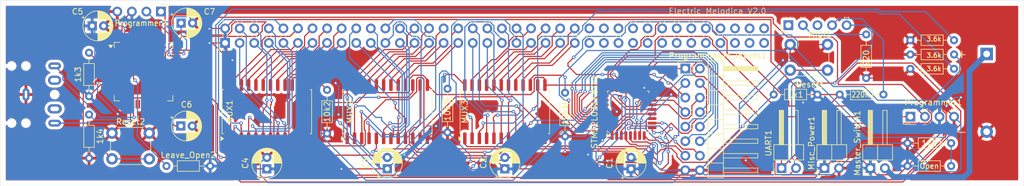
<source format=kicad_pcb>
(kicad_pcb (version 20240108) (generator "pcbnew") (generator_version "8.0")
  (layers (0 "F.Cu" signal) (31 "B.Cu" signal) (34 "B.Paste" user) (35 "F.Paste" user) (36 "B.SilkS" user "B.Silkscreen") (37 "F.SilkS" user "F.Silkscreen") (38 "B.Mask" user) (39 "F.Mask" user) (44 "Edge.Cuts" user))
  (net 0 "")
  (net 1 "VCC")
  (net 2 "Net-(STM32L031K6Tx1-NRST)")
  (net 3 "Net-(STM32L031K6Tx1-BOOT0)")
  (net 4 "GND")
  (net 5 "Net-(MUX3-~{E})")
  (net 6 "Net-(MUX1-~{E})")
  (net 7 "Net-(MUX2-~{E})")
  (net 8 "Net-(MIDI1-Pin_4)")
  (net 9 "Net-(MIDI1-Pin_2)")
  (net 10 "Net-(BT1-+)")
  (net 11 "/N11")
  (net 14 "/N34")
  (net 15 "/N10")
  (net 16 "/N6")
  (net 17 "/N8")
  (net 19 "/N21")
  (net 20 "/N46")
  (net 22 "/N44")
  (net 23 "/N4")
  (net 24 "/N32")
  (net 26 "/N0")
  (net 27 "/N41")
  (net 28 "/N43")
  (net 29 "/N33")
  (net 30 "/N9")
  (net 32 "/N17")
  (net 33 "/N40")
  (net 36 "/N20")
  (net 38 "/N39")
  (net 41 "/N31")
  (net 42 "/N36")
  (net 45 "/N23")
  (net 47 "/N16")
  (net 49 "/N29")
  (net 50 "/N14")
  (net 51 "/N42")
  (net 52 "/N38")
  (net 53 "/N7")
  (net 54 "/N30")
  (net 58 "/N15")
  (net 59 "/N12")
  (net 60 "/N2")
  (net 61 "/N22")
  (net 65 "/N26")
  (net 66 "/N35")
  (net 67 "/N18")
  (net 68 "/N28")
  (net 69 "/N37")
  (net 71 "/N25")
  (net 72 "/N45")
  (net 76 "/N19")
  (net 77 "/N3")
  (net 79 "/N5")
  (net 80 "/N1")
  (net 81 "/N24")
  (net 82 "/N27")
  (net 83 "/N47")
  (net 84 "/N13")
  (net 88 "/S0")
  (net 89 "/S3")
  (net 90 "/IN_0")
  (net 91 "/S1")
  (net 92 "/S2")
  (net 93 "/IN_1")
  (net 94 "/IN_2")
  (net 95 "/PA2")
  (net 96 "/PC15")
  (net 97 "/PB4")
  (net 98 "/PA0")
  (net 99 "/PA3")
  (net 100 "/PC14")
  (net 101 "/PB6")
  (net 102 "/PB5")
  (net 103 "/PB0")
  (net 104 "/PB3")
  (net 105 "/PA1")
  (net 106 "/PA8")
  (net 107 "/PB1")
  (net 108 "/PB7")
  (net 111 "Net-(U1-NRST)")
  (net 112 "Net-(U1-BOOT0)")
  (net 113 "/UART_RX_MAIN")
  (net 114 "/UART_RX_SYNTH")
  (net 115 "/SWCLK_MAIN")
  (net 116 "/SWDIO_MAIN")
  (net 128 "Net-(U1-VCAP_1)")
  (net 144 "Net-(U1-VCAP_2)")
  (net 150 "/SWCLK_SYNTH")
  (net 162 "/SWDIO_SYNTH")
  (net 164 "/DAC2_SYNTH")
  (net 165 "/DAC1_SYNTH")
  (footprint "Connector_PinHeader_2.54mm:PinHeader_1x04_P2.54mm_Horizontal" (layer "F.Cu") (at 67.54 101.5 -90)
    (property "Reference" "Programmer2")
    (property "Value" "Conn_01x04" (hide yes))
  )
  (footprint "Connector_PinHeader_2.54mm:PinHeader_1x02_P2.54mm_Horizontal" (layer "F.Cu") (at 175.725 128.875 90)
    (property "Reference" "UART1")
    (property "Value" "Conn_01x02_Pin" (hide yes))
  )
  (footprint "Capacitor_THT:CP_Radial_D5.0mm_P2.00mm" (layer "F.Cu") (at 86 129 90)
    (property "Reference" "C4")
    (property "Value" "C" (hide yes))
  )
  (footprint "Package_QFP:LQFP-64_10x10mm_P0.5mm" (layer "F.Cu") (at 64.5 112)
    (property "Reference" "U1" (hide yes))
    (property "Value" "STM32F405RGTx")
  )
  (footprint "Resistor_THT:R_Axial_DIN0204_L3.6mm_D1.6mm_P7.62mm_Horizontal" (layer "F.Cu") (at 96.5 122.81 90)
    (property "Reference" "10k2")
    (property "Value" "R" (hide yes))
  )
  (footprint "Capacitor_THT:CP_Radial_D5.0mm_P2.00mm" (layer "F.Cu") (at 127.5 129 90)
    (property "Reference" "C2")
    (property "Value" "C" (hide yes))
  )
  (footprint "Button_Switch_THT:SW_PUSH_6mm_H4.3mm" (layer "F.Cu") (at 59 122.75)
    (property "Reference" "Reset2")
    (property "Value" "SW_Push")
  )
  (footprint "Resistor_THT:R_Axial_DIN0204_L3.6mm_D1.6mm_P7.62mm_Horizontal" (layer "F.Cu") (at 198.19 106.5)
    (property "Reference" "3.6k")
    (property "Value" "R" (hide yes))
  )
  (footprint "Connector_PinHeader_2.54mm:PinHeader_2x38_P2.54mm_Horizontal" (layer "F.Cu") (at 78.725 106.985 90)
    (property "Reference" "Keys1" (hide yes))
    (property "Value" "Conn_02x38_Odd_Even_Shielded" (hide yes))
  )
  (footprint "Package_SO:SOIC-24W_7.5x15.4mm_P1.27mm" (layer "F.Cu") (at 127.5 119 90)
    (property "Reference" "MUX3")
    (property "Value" "CD74HC4067M" (hide yes))
  )
  (footprint "Resistor_THT:R_Axial_DIN0204_L3.6mm_D1.6mm_P7.62mm_Horizontal" (layer "F.Cu") (at 117.5 115 -90)
    (property "Reference" "10k3")
    (property "Value" "R" (hide yes))
  )
  (footprint "Button_Switch_THT:SW_PUSH_6mm_H4.3mm" (layer "F.Cu") (at 177.25 107.25)
    (property "Reference" "Reset1")
    (property "Value" "SW_Push" (hide yes))
  )
  (footprint "Resistor_THT:R_Axial_DIN0204_L3.6mm_D1.6mm_P7.62mm_Horizontal" (layer "F.Cu") (at 182 116 180)
    (property "Reference" "1k1")
    (property "Value" "R" (hide yes))
  )
  (footprint "Package_QFP:LQFP-32_7x7mm_P0.8mm" (layer "F.Cu") (at 149 119 90)
    (property "Reference" "STM32L031K6Tx1")
    (property "Value" "STM32L031K6Tx" (hide yes))
  )
  (footprint "Package_SO:SOIC-24W_7.5x15.4mm_P1.27mm" (layer "F.Cu") (at 107 119 90)
    (property "Reference" "MUX2")
    (property "Value" "CD74HC4067M" (hide yes))
  )
  (footprint "Resistor_THT:R_Axial_DIN0204_L3.6mm_D1.6mm_P7.62mm_Horizontal" (layer "F.Cu") (at 205.81 109 180)
    (property "Reference" "3.6k")
    (property "Value" "R" (hide yes))
  )
  (footprint "Resistor_THT:R_Axial_DIN0204_L3.6mm_D1.6mm_P7.62mm_Horizontal" (layer "F.Cu") (at 138 115.69 -90)
    (property "Reference" "10k1")
    (property "Value" "R" (hide yes))
  )
  (footprint "Connector_PinHeader_2.54mm:PinHeader_1x04_P2.54mm_Horizontal" (layer "F.Cu") (at 198.2 119.875 90)
    (property "Reference" "Programmer1")
    (property "Value" "Conn_01x04" (hide yes))
  )
  (footprint "Connector_PinHeader_2.54mm:PinHeader_1x02_P2.54mm_Horizontal" (layer "F.Cu") (at 191.225 128.875 90)
    (property "Reference" "Master_Switch1")
    (property "Value" "Conn_01x02" (hide yes))
  )
  (footprint "Resistor_THT:R_Axial_DIN0204_L3.6mm_D1.6mm_P7.62mm_Horizontal" (layer "F.Cu") (at 205.31 128.5 180)
    (property "Reference" "Open")
    (property "Value" "R" (hide yes))
  )
  (footprint "Connector_PinHeader_2.54mm:PinHeader_1x05_P2.54mm_Horizontal" (layer "F.Cu") (at 176.925 103.875 90)
    (property "Reference" "MIDI1")
    (property "Value" "Conn_01x05" (hide yes))
  )
  (footprint "Capacitor_THT:CP_Radial_D5.0mm_P2.00mm" (layer "F.Cu") (at 55.544888 104)
    (property "Reference" "C5")
    (property "Value" "C")
  )
  (footprint "Capacitor_THT:CP_Radial_D5.0mm_P2.00mm" (layer "F.Cu") (at 71.044888 103.5)
    (property "Reference" "C7")
    (property "Value" "C")
  )
  (footprint "Resistor_THT:R_Axial_DIN0204_L3.6mm_D1.6mm_P7.62mm_Horizontal" (layer "F.Cu") (at 68.5 128.5)
    (property "Reference" "Leave_Open2")
    (property "Value" "R")
  )
  (footprint "Resistor_THT:R_Axial_DIN0204_L3.6mm_D1.6mm_P7.62mm_Horizontal" (layer "F.Cu") (at 190.5 113.12 90)
    (property "Reference" "220")
    (property "Value" "R" (hide yes))
  )
  (footprint "Capacitor_THT:CP_Radial_D5.0mm_P2.00mm" (layer "F.Cu") (at 107 129 90)
    (property "Reference" "C3")
    (property "Value" "C" (hide yes))
  )
  (footprint "Resistor_THT:R_Axial_DIN0204_L3.6mm_D1.6mm_P7.62mm_Horizontal" (layer "F.Cu") (at 55 116.31 90)
    (property "Reference" "1k3")
    (property "Value" "R")
  )
  (footprint "Battery:BatteryHolder_MPD_BC2AAPC_2xAA" (layer "F.Cu") (at 211.5 108.91)
    (property "Reference" "BT1" (hide yes))
    (property "Value" "Battery" (hide yes))
  )
  (footprint "Capacitor_THT:CP_Radial_D5.0mm_P2.00mm" (layer "F.Cu") (at 71 121.5)
    (property "Reference" "C6")
    (property "Value" "C")
  )
  (footprint "Connector_Audio:Jack_3.5mm_CUI_SJ1-3525N_Horizontal" (layer "F.Cu") (at 44 116 -90)
    (property "Reference" "J1" (hide yes))
    (property "Value" "AudioJack3_SwitchTR" (hide yes))
  )
  (footprint "Capacitor_THT:CP_Radial_D5.0mm_P2.00mm" (layer "F.Cu") (at 149.5 129 90)
    (property "Reference" "C1")
    (property "Value" "C" (hide yes))
  )
  (footprint "Connector_PinHeader_2.54mm:PinHeader_2x08_P2.54mm_Horizontal" (layer "F.Cu") (at 158.96 111.46)
    (property "Reference" "Programmable_Inputs1")
    (property "Value" "Conn_02x08_Odd_Even" (hide yes))
  )
  (footprint "Resistor_THT:R_Axial_DIN0204_L3.6mm_D1.6mm_P7.62mm_Horizontal" (layer "F.Cu") (at 55 119.5 -90)
    (property "Reference" "1k4")
    (property "Value" "R")
  )
  (footprint "Connector_PinHeader_2.54mm:PinHeader_1x02_P2.54mm_Horizontal" (layer "F.Cu") (at 183.225 128.875 90)
    (property "Reference" "Misc_Power1")
    (property "Value" "Conn_01x02" (hide yes))
  )
  (footprint "Resistor_THT:R_Axial_DIN0204_L3.6mm_D1.6mm_P7.62mm_Horizontal" (layer "F.Cu") (at 185.88 116)
    (property "Reference" "220R")
    (property "Value" "R" (hide yes))
  )
  (footprint "Package_SO:SOIC-24W_7.5x15.4mm_P1.27mm" (layer "F.Cu") (at 86 119 90)
    (property "Reference" "MUX1")
    (property "Value" "CD74HC4067M")
  )
  (footprint "Resistor_THT:R_Axial_DIN0204_L3.6mm_D1.6mm_P7.62mm_Horizontal" (layer "F.Cu") (at 205.31 124.5 180)
    (property "Reference" "1k2")
    (property "Value" "R" (hide yes))
  )
  (footprint "Resistor_THT:R_Axial_DIN0204_L3.6mm_D1.6mm_P7.62mm_Horizontal" (layer "F.Cu") (at 198.19 111.5)
    (property "Reference" "3.6k")
    (property "Value" "R" (hide yes))
  )
  (gr_rect (start 39.5 99.5) (end 218 132) (stroke (width 0.05)) (fill none) (layer "Edge.Cuts"))
  (gr_text "Electric Melodica V2.0" (at 156 102 0) (layer "F.SilkS") (effects (font (size 1 1) (thickness 0.1)) (justify left bottom)))
  (segment (start 185.88 116) (end 184.48 117.4) (width 0.2) (layer "F.Cu") (net 1))
  (segment (start 79.015 114.35) (end 79.685 115.02) (width 0.2) (layer "F.Cu") (net 1))
  (segment (start 152.359314 124.3) (end 152.559314 124.5) (width 0.2) (layer "F.Cu") (net 1))
  (segment (start 146.2 122.485785) (end 148.735785 119.95) (width 0.2) (layer "F.Cu") (net 1))
  (segment (start 203.28 122.91) (end 203.28 119.875) (width 0.2) (layer "F.Cu") (net 1))
  (segment (start 76 104.5) (end 76.055 104.445) (width 0.2) (layer "F.Cu") (net 1))
  (segment (start 57.06 114.25) (end 58.825 114.25) (width 0.2) (layer "F.Cu") (net 1))
  (segment (start 197.69 128.5) (end 203.28 122.91) (width 0.2) (layer "F.Cu") (net 1))
  (segment (start 190.075 127.725) (end 191.225 128.875) (width 0.2) (layer "F.Cu") (net 1))
  (segment (start 118.665 112.5) (end 120.515 114.35) (width 0.2) (layer "F.Cu") (net 1))
  (segment (start 144.5 124) (end 145 123.5) (width 0.2) (layer "F.Cu") (net 1))
  (segment (start 179.651471 116) (end 182 116) (width 0.2) (layer "F.Cu") (net 1))
  (segment (start 127.5 129) (end 139.5 129) (width 0.2) (layer "F.Cu") (net 1))
  (segment (start 173.895 102.895) (end 173.895 110.243529) (width 0.2) (layer "F.Cu") (net 1))
  (segment (start 146.2 123.175) (end 146.2 122.485785) (width 0.2) (layer "F.Cu") (net 1))
  (segment (start 191.225 128.875) (end 192.375 130.025) (width 0.2) (layer "F.Cu") (net 1))
  (segment (start 184.48 117.4) (end 179.5 117.4) (width 0.2) (layer "F.Cu") (net 1))
  (segment (start 145 123.5) (end 145.875 123.5) (width 0.2) (layer "F.Cu") (net 1))
  (segment (start 79.685 115.02) (end 79.685 125.185) (width 0.2) (layer "F.Cu") (net 1))
  (segment (start 149.4 123.175) (end 149.4 123.924999) (width 0.2) (layer "F.Cu") (net 1))
  (segment (start 173.895 110.243529) (end 179.651471 116) (width 0.2) (layer "F.Cu") (net 1))
  (segment (start 68.25 117.675) (end 68.25 116.86759) (width 0.2) (layer "F.Cu") (net 1))
  (segment (start 79.5 110) (end 80 110) (width 0.2) (layer "F.Cu") (net 1))
  (segment (start 79.685 125.185) (end 83.5 129) (width 0.2) (layer "F.Cu") (net 1))
  (segment (start 99 129) (end 107 129) (width 0.2) (layer "F.Cu") (net 1))
  (segment (start 144.5 129) (end 144 128.5) (width 0.2) (layer "F.Cu") (net 1))
  (segment (start 83.5 129) (end 86 129) (width 0.2) (layer "F.Cu") (net 1))
  (segment (start 117 112.5) (end 118.665 112.5) (width 0.2) (layer "F.Cu") (net 1))
  (segment (start 76 107) (end 74.75 108.25) (width 0.2) (layer "F.Cu") (net 1))
  (segment (start 153 124.5) (end 153.5 125) (width 0.2) (layer "F.Cu") (net 1))
  (segment (start 67.98241 116.6) (end 62.01759 116.6) (width 0.2) (layer "F.Cu") (net 1))
  (segment (start 100 116.5) (end 100.015 116.485) (width 0.2) (layer "F.Cu") (net 1))
  (segment (start 100.015 116.485) (end 100.015 114.35) (width 0.2) (layer "F.Cu") (net 1))
  (segment (start 78.725 104.445) (end 80.275 102.895) (width 0.2) (layer "F.Cu") (net 1))
  (segment (start 148.735785 119.95) (end 149 119.95) (width 0.2) (layer "F.Cu") (net 1))
  (segment (start 182 116) (end 185.88 116) (width 0.2) (layer "F.Cu") (net 1))
  (segment (start 74.75 108.25) (end 70.175 108.25) (width 0.2) (layer "F.Cu") (net 1))
  (segment (start 183.225 128.875) (end 184.375 127.725) (width 0.2) (layer "F.Cu") (net 1))
  (segment (start 149.4 123.924999) (end 149.775001 124.3) (width 0.2) (layer "F.Cu") (net 1))
  (segment (start 79.015 114.35) (end 79.015 107.275) (width 0.2) (layer "F.Cu") (net 1))
  (segment (start 150.99 130.49) (end 181.61 130.49) (width 0.2) (layer "F.Cu") (net 1))
  (segment (start 60.75 106.325) (end 60.75 103.21) (width 0.2) (layer "F.Cu") (net 1))
  (segment (start 61.75 116.86759) (end 61.75 117.675) (width 0.2) (layer "F.Cu") (net 1))
  (segment (start 79.015 107.275) (end 78.725 106.985) (width 0.2) (layer "F.Cu") (net 1))
  (segment (start 76 107) (end 76.015 106.985) (width 0.2) (layer "F.Cu") (net 1))
  (segment (start 55 116.31) (end 57.06 114.25) (width 0.2) (layer "F.Cu") (net 1))
  (segment (start 62.01759 116.6) (end 61.75 116.86759) (width 0.2) (layer "F.Cu") (net 1))
  (segment (start 149.5 129) (end 150.99 130.49) (width 0.2) (layer "F.Cu") (net 1))
  (segment (start 196.165 130.025) (end 197.69 128.5) (width 0.2) (layer "F.Cu") (net 1))
  (segment (start 76 107) (end 76.5 107) (width 0.2) (layer "F.Cu") (net 1))
  (segment (start 110 126.5) (end 110.6 127.1) (width 0.2) (layer "F.Cu") (net 1))
  (segment (start 149.5 129) (end 144.5 129) (width 0.2) (layer "F.Cu") (net 1))
  (segment (start 58.825 114.25) (end 59.63241 114.25) (width 0.2) (layer "F.Cu") (net 1))
  (segment (start 145.875 123.5) (end 146.2 123.175) (width 0.2) (layer "F.Cu") (net 1))
  (segment (start 80.275 102.895) (end 173.895 102.895) (width 0.2) (layer "F.Cu") (net 1))
  (segment (start 61.75 116.36759) (end 61.75 117.675) (width 0.2) (layer "F.Cu") (net 1))
  (segment (start 76.015 106.985) (end 78.725 106.985) (width 0.2) (layer "F.Cu") (net 1))
  (segment (start 76.5 107) (end 79.5 110) (width 0.2) (layer "F.Cu") (net 1))
  (segment (start 68.25 116.86759) (end 67.98241 116.6) (width 0.2) (layer "F.Cu") (net 1))
  (segment (start 149.775001 124.3) (end 152.359314 124.3) (width 0.2) (layer "F.Cu") (net 1))
  (segment (start 181.61 130.49) (end 183.225 128.875) (width 0.2) (layer "F.Cu") (net 1))
  (segment (start 149 119.95) (end 149.825499 119.95) (width 0.2) (layer "F.Cu") (net 1))
  (segment (start 139.5 129) (end 142 126.5) (width 0.2) (layer "F.Cu") (net 1))
  (segment (start 184.375 127.725) (end 190.075 127.725) (width 0.2) (layer "F.Cu") (net 1))
  (segment (start 76.055 104.445) (end 78.725 104.445) (width 0.2) (layer "F.Cu") (net 1))
  (segment (start 149.825499 119.95) (end 149.875499 120) (width 0.2) (layer "F.Cu") (net 1))
  (segment (start 125.6 127.1) (end 127.5 129) (width 0.2) (layer "F.Cu") (net 1))
  (segment (start 110.6 127.1) (end 125.6 127.1) (width 0.2) (layer "F.Cu") (net 1))
  (segment (start 152.559314 124.5) (end 153 124.5) (width 0.2) (layer "F.Cu") (net 1))
  (segment (start 58.825 108.25) (end 60.75 106.325) (width 0.2) (layer "F.Cu") (net 1))
  (segment (start 60.75 103.21) (end 62.46 101.5) (width 0.2) (layer "F.Cu") (net 1))
  (segment (start 192.375 130.025) (end 196.165 130.025) (width 0.2) (layer "F.Cu") (net 1))
  (segment (start 59.63241 114.25) (end 61.75 116.36759) (width 0.2) (layer "F.Cu") (net 1))
  (via (at 149.875499 120) (size 0.6) (drill 0.3) (layers "F.Cu" "B.Cu") (net 1))
  (via (at 144.5 124) (size 0.6) (drill 0.3) (layers "F.Cu" "B.Cu") (net 1))
  (via (at 142 126.5) (size 0.6) (drill 0.3) (layers "F.Cu" "B.Cu") (net 1))
  (via (at 76 104.5) (size 0.6) (drill 0.3) (layers "F.Cu" "B.Cu") (net 1))
  (via (at 151.8 114.825) (size 0.6) (drill 0.3) (layers "F.Cu" "B.Cu") (net 1))
  (via (at 144 128.5) (size 0.6) (drill 0.3) (layers "F.Cu" "B.Cu") (net 1))
  (via (at 153.5 125) (size 0.6) (drill 0.3) (layers "F.Cu" "B.Cu") (net 1))
  (via (at 99 129) (size 0.6) (drill 0.3) (layers "F.Cu" "B.Cu") (net 1))
  (via (at 110 126.5) (size 0.6) (drill 0.3) (layers "F.Cu" "B.Cu") (net 1))
  (via (at 100 116.5) (size 0.6) (drill 0.3) (layers "F.Cu" "B.Cu") (net 1))
  (via (at 76 107) (size 0.6) (drill 0.3) (layers "F.Cu" "B.Cu") (net 1))
  (via (at 117 112.5) (size 0.6) (drill 0.3) (layers "F.Cu" "B.Cu") (net 1))
  (via (at 179.5 117.4) (size 0.6) (drill 0.3) (layers "F.Cu" "B.Cu") (net 1))
  (via (at 80 110) (size 0.6) (drill 0.3) (layers "F.Cu" "B.Cu") (net 1))
  (segment (start 149.875499 120) (end 149.875499 116.749501) (width 0.2) (layer "B.Cu") (net 1))
  (segment (start 78.725 106.985) (end 78.725 104.445) (width 0.2) (layer "B.Cu") (net 1))
  (segment (start 121.751471 129.1) (end 116.5 123.848529) (width 0.2) (layer "B.Cu") (net 1))
  (segment (start 56 104.455112) (end 55.544888 104) (width 0.2) (layer "B.Cu") (net 1))
  (segment (start 153.5 126) (end 150.5 129) (width 0.2) (layer "B.Cu") (net 1))
  (segment (start 116.5 113) (end 117 112.5) (width 0.2) (layer "B.Cu") (net 1))
  (segment (start 144 128.5) (end 142 126.5) (width 0.2) (layer "B.Cu") (net 1))
  (segment (start 149.875499 116.749501) (end 151.8 114.825) (width 0.2) (layer "B.Cu") (net 1))
  (segment (start 86 129) (end 99 129) (width 0.2) (layer "B.Cu") (net 1))
  (segment (start 107 129) (end 109.5 126.5) (width 0.2) (layer "B.Cu") (net 1))
  (segment (start 55 116.31) (end 55 114.31) (width 0.2) (layer "B.Cu") (net 1))
  (segment (start 109.5 126.5) (end 110 126.5) (width 0.2) (layer "B.Cu") (net 1))
  (segment (start 142 126.5) (end 144.5 124) (width 0.2) (layer "B.Cu") (net 1))
  (segment (start 127.4 129.1) (end 121.751471 129.1) (width 0.2) (layer "B.Cu") (net 1))
  (segment (start 183.225 117.225) (end 183.225 128.875) (width 0.2) (layer "B.Cu") (net 1))
  (segment (start 100 123) (end 100 116.5) (width 0.2) (layer "B.Cu") (net 1))
  (segment (start 150.5 129) (end 149.5 129) (width 0.2) (layer "B.Cu") (net 1))
  (segment (start 55 114.31) (end 56 113.31) (width 0.2) (layer "B.Cu") (net 1))
  (segment (start 116.5 123.848529) (end 116.5 113) (width 0.2) (layer "B.Cu") (net 1))
  (segment (start 153.5 125) (end 153.5 126) (width 0.2) (layer "B.Cu") (net 1))
  (segment (start 56 113.31) (end 56 104.455112) (width 0.2) (layer "B.Cu") (net 1))
  (segment (start 182 116) (end 183.225 117.225) (width 0.2) (layer "B.Cu") (net 1))
  (segment (start 127.5 129) (end 127.4 129.1) (width 0.2) (layer "B.Cu") (net 1))
  (segment (start 107 129) (end 106 129) (width 0.2) (layer "B.Cu") (net 1))
  (segment (start 106 129) (end 100 123) (width 0.2) (layer "B.Cu") (net 1))
  (segment (start 155.448529 125.4) (end 156.492821 125.4) (width 0.2) (layer "F.Cu") (net 2))
  (segment (start 148.6 123.175) (end 148.6 123.924999) (width 0.2) (layer "F.Cu") (net 2))
  (segment (start 156.492821 125.4) (end 157.5 126.407179) (width 0.2) (layer "F.Cu") (net 2))
  (segment (start 148.6 123.924999) (end 149.375001 124.7) (width 0.2) (layer "F.Cu") (net 2))
  (segment (start 150.631372 125) (end 152.5 125) (width 0.2) (layer "F.Cu") (net 2))
  (segment (start 162.65 127.85) (end 169 121.5) (width 0.2) (layer "F.Cu") (net 2))
  (segment (start 157.5 126.407179) (end 157.5 126.866346) (width 0.2) (layer "F.Cu") (net 2))
  (segment (start 177.25 111.75) (end 183.75 111.75) (width 0.2) (layer "F.Cu") (net 2))
  (segment (start 150.331372 124.7) (end 150.631372 125) (width 0.2) (layer "F.Cu") (net 2))
  (segment (start 149.375001 124.7) (end 150.331372 124.7) (width 0.2) (layer "F.Cu") (net 2))
  (segment (start 152.5 125) (end 153.925735 126.425736) (width 0.2) (layer "F.Cu") (net 2))
  (segment (start 155.248529 125.6) (end 155.448529 125.4) (width 0.2) (layer "F.Cu") (net 2))
  (segment (start 157.5 126.866346) (end 158.483654 127.85) (width 0.2) (layer "F.Cu") (net 2))
  (segment (start 153.925735 126.425736) (end 154.751471 125.6) (width 0.2) (layer "F.Cu") (net 2))
  (segment (start 158.483654 127.85) (end 162.65 127.85) (width 0.2) (layer "F.Cu") (net 2))
  (segment (start 154.751471 125.6) (end 155.248529 125.6) (width 0.2) (layer "F.Cu") (net 2))
  (via (at 169 121.5) (size 0.6) (drill 0.3) (layers "F.Cu" "B.Cu") (net 2))
  (segment (start 169 121.5) (end 169 121.38) (width 0.2) (layer "B.Cu") (net 2))
  (segment (start 174.38 114.62) (end 177.25 111.75) (width 0.2) (layer "B.Cu") (net 2))
  (segment (start 169 121.38) (end 174.38 116) (width 0.2) (layer "B.Cu") (net 2))
  (segment (start 174.38 116) (end 174.38 114.62) (width 0.2) (layer "B.Cu") (net 2))
  (segment (start 138.625662 119.302621) (end 138.625662 117) (width 0.2) (layer "F.Cu") (net 3))
  (segment (start 144.075001 121) (end 143.975001 121.1) (width 0.2) (layer "F.Cu") (net 3))
  (segment (start 144.825 121) (end 144.075001 121) (width 0.2) (layer "F.Cu") (net 3))
  (segment (start 140.423041 121.1) (end 138.625662 119.302621) (width 0.2) (layer "F.Cu") (net 3))
  (segment (start 143.975001 121.1) (end 140.423041 121.1) (width 0.2) (layer "F.Cu") (net 3))
  (via (at 138.625662 117) (size 0.6) (drill 0.3) (layers "F.Cu" "B.Cu") (net 3))
  (segment (start 204.31 123.5) (end 205.31 124.5) (width 0.2) (layer "B.Cu") (net 3))
  (segment (start 137 113.151471) (end 141.841471 108.31) (width 0.2) (layer "B.Cu") (net 3))
  (segment (start 137.895786 117) (end 137 116.104214) (width 0.2) (layer "B.Cu") (net 3))
  (segment (start 137 116.104214) (end 137 113.151471) (width 0.2) (layer "B.Cu") (net 3))
  (segment (start 141.841471 108.31) (end 176.31 108.31) (width 0.2) (layer "B.Cu") (net 3))
  (segment (start 191.5 123.5) (end 204.31 123.5) (width 0.2) (layer "B.Cu") (net 3))
  (segment (start 176.31 108.31) (end 191.5 123.5) (width 0.2) (layer "B.Cu") (net 3))
  (segment (start 138.625662 117) (end 137.895786 117) (width 0.2) (layer "B.Cu") (net 3))
  (segment (start 205.31 124.5) (end 205.31 128.5) (width 0.2) (layer "B.Cu") (net 3))
  (segment (start 151.1 117.465686) (end 151.1 117.748529) (width 0.2) (layer "F.Cu") (net 4))
  (segment (start 87.235 125.765) (end 87.235 119.225552) (width 0.2) (layer "F.Cu") (net 4))
  (segment (start 153.09 130.09) (end 158.11 130.09) (width 0.2) (layer "F.Cu") (net 4))
  (segment (start 100.6 119.5) (end 98.5 119.5) (width 0.2) (layer "F.Cu") (net 4))
  (segment (start 158.11 130.09) (end 158.96 129.24) (width 0.2) (layer "F.Cu") (net 4))
  (segment (start 137.5 127) (end 127.5 127) (width 0.2) (layer "F.Cu") (net 4))
  (segment (start 145.574999 121.8) (end 144.825 121.8) (width 0.2) (layer "F.Cu") (net 4))
  (segment (start 196.714214 130.89) (end 204.43 123.174214) (width 0.2) (layer "F.Cu") (net 4))
  (segment (start 115 122.635) (end 113.985 123.65) (width 0.2) (layer "F.Cu") (net 4))
  (segment (start 61.25 104.6) (end 61.25 106.325) (width 0.2) (layer "F.Cu") (net 4))
  (segment (start 137.5 126.5) (end 138 126) (width 0.2) (layer "F.Cu") (net 4))
  (segment (start 61.35 104.5) (end 66.451473 104.5) (width 0.2) (layer "F.Cu") (net 4))
  (segment (start 115.5 121.5) (end 115 122) (width 0.2) (layer "F.Cu") (net 4))
  (segment (start 115 122) (end 115 122.635) (width 0.2) (layer "F.Cu") (net 4))
  (segment (start 56.71147 113.75) (end 56.480735 113.980735) (width 0.2) (layer "F.Cu") (net 4))
  (segment (start 60 119.4) (end 60.33241 119.4) (width 0.2) (layer "F.Cu") (net 4))
  (segment (start 87.235 119.225552) (end 89.845 116.615552) (width 0.2) (layer "F.Cu") (net 4))
  (segment (start 98.5 119.5) (end 96.5 121.5) (width 0.2) (layer "F.Cu") (net 4))
  (segment (start 160.65 130.09) (end 152.79 130.09) (width 0.2) (layer "F.Cu") (net 4))
  (segment (start 89.845 113.284448) (end 90.629448 112.5) (width 0.2) (layer "F.Cu") (net 4))
  (segment (start 122.5 128) (end 125.5 128) (width 0.2) (layer "F.Cu") (net 4))
  (segment (start 147 119) (end 147 120.374999) (width 0.2) (layer "F.Cu") (net 4))
  (segment (start 204.43 123.174214) (end 204.43 119.398654) (width 0.2) (layer "F.Cu") (net 4))
  (segment (start 58.825 113.75) (end 56.71147 113.75) (width 0.2) (layer "F.Cu") (net 4))
  (segment (start 204.5 118.555) (end 204.5 118) (width 0.2) (layer "F.Cu") (net 4))
  (segment (start 96.5 112.5) (end 98 114) (width 0.2) (layer "F.Cu") (net 4))
  (segment (start 147.5 116.848529) (end 147.5 116.5) (width 0.2) (layer "F.Cu") (net 4))
  (segment (start 61.25 120.5) (end 59 122.75) (width 0.2) (layer "F.Cu") (net 4))
  (segment (start 143.751471 127.9) (end 143.4 128.251471) (width 0.2) (layer "F.Cu") (net 4))
  (segment (start 149.5 127) (end 150 127) (width 0.2) (layer "F.Cu") (net 4))
  (segment (start 176 110) (end 177.25 108.75) (width 0.2) (layer "F.Cu") (net 4))
  (segment (start 151.1 117.748529) (end 150.748529 118.1) (width 0.2) (layer "F.Cu") (net 4))
  (segment (start 134.825 123.31) (end 138 123.31) (width 0.2) (layer "F.Cu") (net 4))
  (segment (start 207 118) (end 211.5 122.5) (width 0.2) (layer "F.Cu") (net 4))
  (segment (start 156.3 116.2) (end 156.5 116) (width 0.2) (layer "F.Cu") (net 4))
  (segment (start 61.25 118.48241) (end 61.25 117.675) (width 0.2) (layer "F.Cu") (net 4))
  (segment (start 179.75 107.25) (end 183.75 107.25) (width 0.2) (layer "F.Cu") (net 4))
  (segment (start 92.985 123.65) (end 93.825 122.81) (width 0.2) (layer "F.Cu") (net 4))
  (segment (start 134.485 123.65) (end 134.825 123.31) (width 0.2) (layer "F.Cu") (net 4))
  (segment (start 150.6 127.9) (end 143.751471 127.9) (width 0.2) (layer "F.Cu") (net 4))
  (segment (start 89.845 116.615552) (end 89.845 113.284448) (width 0.2) (layer "F.Cu") (net 4))
  (segment (start 150 127) (end 153.09 130.09) (width 0.2) (layer "F.Cu") (net 4))
  (segment (start 152.79 130.09) (end 150.6 127.9) (width 0.2) (layer "F.Cu") (net 4))
  (segment (start 150.748529 118.1) (end 148.751471 118.1) (width 0.2) (layer "F.Cu") (net 4))
  (segment (start 143.4 128.748529) (end 145.541471 130.89) (width 0.2) (layer "F.Cu") (net 4))
  (segment (start 86 127) (end 87.235 125.765) (width 0.2) (layer "F.Cu") (net 4))
  (segment (start 153.175 116.2) (end 152.365686 116.2) (width 0.2) (layer "F.Cu") (net 4))
  (segment (start 137.5 127) (end 137.5 126.5) (width 0.2) (layer "F.Cu") (net 4))
  (segment (start 204.43 119.398654) (end 198.151346 113.12) (width 0.2) (layer "F.Cu") (net 4))
  (segment (start 177.075735 109.924265) (end 179.75 107.25) (width 0.2) (layer "F.Cu") (net 4))
  (segment (start 139.6 125.9) (end 139.5 126) (width 0.2) (layer "F.Cu") (net 4))
  (segment (start 147 120.374999) (end 145.574999 121.8) (width 0.2) (layer "F.Cu") (net 4))
  (segment (start 143.4 128.251471) (end 143.4 128.748529) (width 0.2) (layer "F.Cu") (net 4))
  (segment (start 90.629448 112.5) (end 96.5 112.5) (width 0.2) (layer "F.Cu") (net 4))
  (segment (start 144.775 121.75) (end 143 121.75) (width 0.2) (layer "F.Cu") (net 4))
  (segment (start 122.2 127.7) (end 122.5 128) (width 0.2) (layer "F.Cu") (net 4))
  (segment (start 144.825 121.8) (end 144.95 121.925) (width 0.2) (layer "F.Cu") (net 4))
  (segment (start 139.6 125.9) (end 148.4 125.9) (width 0.2) (layer "F.Cu") (net 4))
  (segment (start 153.175 116.2) (end 156.3 116.2) (width 0.2) (layer "F.Cu") (net 4))
  (segment (start 93.825 122.81) (end 96.5 122.81) (width 0.2) (layer "F.Cu") (net 4))
  (segment (start 60.33241 119.4) (end 61.25 118.48241) (width 0.2) (layer "F.Cu") (net 4))
  (segment (start 61.35 104.5) (end 61.25 104.6) (width 0.2) (layer "F.Cu") (net 4))
  (segment (start 96.5 121.5) (end 96.5 122.81) (width 0.2) (layer "F.Cu") (net 4))
  (segment (start 152.365686 116.2) (end 151.1 117.465686) (width 0.2) (layer "F.Cu") (net 4))
  (segment (start 61.25 117.675) (end 61.25 120.5) (width 0.2) (layer "F.Cu") (net 4))
  (segment (start 144.95 121.925) (end 144.775 121.75) (width 0.2) (layer "F.Cu") (net 4))
  (segment (start 207 116.5) (end 207 118) (width 0.2) (layer "F.Cu") (net 4))
  (segment (start 198.151346 113.12) (end 190.5 113.12) (width 0.2) (layer "F.Cu") (net 4))
  (segment (start 66.451473 104.5) (end 67.65 103.301473) (width 0.2) (layer "F.Cu") (net 4))
  (segment (start 177.25 108.75) (end 177.25 107.25) (width 0.2) (layer "F.Cu") (net 4))
  (segment (start 205.82 119.875) (end 204.5 118.555) (width 0.2) (layer "F.Cu") (net 4))
  (segment (start 148.751471 118.1) (end 147.5 116.848529) (width 0.2) (layer "F.Cu") (net 4))
  (segment (start 148.4 125.9) (end 149.5 127) (width 0.2) (layer "F.Cu") (net 4))
  (segment (start 139.5 126) (end 138 126) (width 0.2) (layer "F.Cu") (net 4))
  (segment (start 145.541471 130.89) (end 196.714214 130.89) (width 0.2) (layer "F.Cu") (net 4))
  (segment (start 161.5 129.24) (end 160.65 130.09) (width 0.2) (layer "F.Cu") (net 4))
  (segment (start 121.5 127.7) (end 122.2 127.7) (width 0.2) (layer "F.Cu") (net 4))
  (via (at 100.6 119.5) (size 0.6) (drill 0.3) (layers "F.Cu" "B.Cu") (net 4))
  (via (at 156.5 116) (size 0.6) (drill 0.3) (layers "F.Cu" "B.Cu") (net 4))
  (via (at 125.5 128) (size 0.6) (drill 0.3) (layers "F.Cu" "B.Cu") (net 4))
  (via (at 204.5 118) (size 0.6) (drill 0.3) (layers "F.Cu" "B.Cu") (net 4))
  (via (at 176 110) (size 0.6) (drill 0.3) (layers "F.Cu" "B.Cu") (net 4))
  (via (at 138 126) (size 0.6) (drill 0.3) (layers "F.Cu" "B.Cu") (net 4))
  (via (at 61.35 104.5) (size 0.6) (drill 0.3) (layers "F.Cu" "B.Cu") (net 4))
  (via (at 207 116.5) (size 0.6) (drill 0.3) (layers "F.Cu" "B.Cu") (net 4))
  (via (at 147.5 116.5) (size 0.6) (drill 0.3) (layers "F.Cu" "B.Cu") (net 4))
  (via (at 60 119.4) (size 0.6) (drill 0.3) (layers "F.Cu" "B.Cu") (net 4))
  (via (at 147 119) (size 0.6) (drill 0.3) (layers "F.Cu" "B.Cu") (net 4))
  (via (at 143 121.75) (size 0.6) (drill 0.3) (layers "F.Cu" "B.Cu") (net 4))
  (via (at 177.075735 109.924265) (size 0.6) (drill 0.3) (layers "F.Cu" "B.Cu") (net 4))
  (via (at 67.65 103.301473) (size 0.6) (drill 0.3) (layers "F.Cu" "B.Cu") (net 4))
  (via (at 115.5 121.5) (size 0.6) (drill 0.3) (layers "F.Cu" "B.Cu") (net 4))
  (via (at 56.480735 113.980735) (size 0.6) (drill 0.3) (layers "F.Cu" "B.Cu") (net 4))
  (via (at 169.5 127.5) (size 0.6) (drill 0.3) (layers "F.Cu" "B.Cu") (net 4))
  (via (at 121.5 127.7) (size 0.6) (drill 0.3) (layers "F.Cu" "B.Cu") (net 4))
  (via (at 98.5 119.5) (size 0.6) (drill 0.3) (layers "F.Cu" "B.Cu") (net 4))
  (via (at 98 114) (size 0.6) (drill 0.3) (layers "F.Cu" "B.Cu") (net 4))
  (segment (start 86.2 131.4) (end 84.86863 130.06863) (width 0.2) (layer "B.Cu") (net 4))
  (segment (start 147 116) (end 146.5 116) (width 0.2) (layer "B.Cu") (net 4))
  (segment (start 143.4 126.1) (end 143.4 127.248529) (width 0.2) (layer "B.Cu") (net 4))
  (segment (start 117.5 122.62) (end 121.5 126.62) (width 0.2) (layer "B.Cu") (net 4))
  (segment (start 98.5 114.5) (end 98.5 119.5) (width 0.2) (layer "B.Cu") (net 4))
  (segment (start 161.5 129.24) (end 162.285 130.025) (width 0.2) (layer "B.Cu") (net 4))
  (segment (start 153.748529 124.4) (end 154.1 124.751471) (width 0.2) (layer "B.Cu") (net 4))
  (segment (start 161.5 129.24) (end 168.4 122.34) (width 0.2) (layer "B.Cu") (net 4))
  (segment (start 153.9 127.6) (end 153.9 128.4) (width 0.2) (layer "B.Cu") (net 4))
  (segment (start 84.86863 130.06863) (end 84.86863 127.93137) (width 0.2) (layer "B.Cu") (net 4))
  (segment (start 168.4 118.6) (end 177.075735 109.924265) (width 0.2) (layer "B.Cu") (net 4))
  (segment (start 156.5 116) (end 156.5 116.148532) (width 0.2) (layer "B.Cu") (net 4))
  (segment (start 150.12697 121.1) (end 149.275499 120.248529) (width 0.2) (layer "B.Cu") (net 4))
  (segment (start 72.4 102.4) (end 73.044888 103.044888) (width 0.2) (layer "B.Cu") (net 4))
  (segment (start 73.044888 103.044888) (end 73.044888 103.5) (width 0.2) (layer "B.Cu") (net 4))
  (segment (start 197.69 124.5) (end 202.69 129.5) (width 0.2) (layer "B.Cu") (net 4))
  (segment (start 100.6 122.948529) (end 100.6 119.5) (width 0.2) (layer "B.Cu") (net 4))
  (segment (start 60.85 104) (end 61.35 104.5) (width 0.2) (layer "B.Cu") (net 4))
  (segment (start 69.043415 103.301473) (end 69.944888 102.4) (width 0.2) (layer "B.Cu") (net 4))
  (segment (start 147.9 121.6) (end 143.4 126.1) (width 0.2) (layer "B.Cu") (net 4))
  (segment (start 202.69 129.5) (end 206.5 129.5) (width 0.2) (layer "B.Cu") (net 4))
  (segment (start 141.44 123.31) (end 138 123.31) (width 0.2) (layer "B.Cu") (net 4))
  (segment (start 168.4 117.6) (end 176 110) (width 0.2) (layer "B.Cu") (net 4))
  (segment (start 127 127.5) (end 127.5 127) (width 0.2) (layer "B.Cu") (net 4))
  (segment (start 143.4 127.248529) (end 143.868628 127.717157) (width 0.2) (layer "B.Cu") (net 4))
  (segment (start 84.86863 127.93137) (end 85.8 127) (width 0.2) (layer "B.Cu") (net 4))
  (segment (start 85.8 127) (end 86 127) (width 0.2) (layer "B.Cu") (net 4))
  (segment (start 206.5 129.5) (end 207 129) (width 0.2) (layer "B.Cu") (net 4))
  (segment (start 149.275499 120.248529) (end 149.275499 116.92697) (width 0.2) (layer "B.Cu") (net 4))
  (segment (start 138 123.31) (end 138 126) (width 0.2) (layer "B.Cu") (net 4))
  (segment (start 158.96 129.24) (end 156.8 131.4) (width 0.2) (layer "B.Cu") (net 4))
  (segment (start 56.480735 113.980735) (end 56.480735 115.880735) (width 0.2) (layer "B.Cu") (net 4))
  (segment (start 98 114) (end 98.5 114.5) (width 0.2) (layer "B.Cu") (net 4))
  (segment (start 197.69 124.5) (end 190.14 124.5) (width 0.2) (layer "B.Cu") (net 4))
  (segment (start 154.74 129.24) (end 161.5 129.24) (width 0.2) (layer "B.Cu") (net 4))
  (segment (start 67.65 103.301473) (end 69.043415 103.301473) (width 0.2) (layer "B.Cu") (net 4))
  (segment (start 56.480735 115.880735) (end 60 119.4) (width 0.2) (layer "B.Cu") (net 4))
  (segment (start 146 118) (end 147 119) (width 0.2) (layer "B.Cu") (net 4))
  (segment (start 126 127.5) (end 127 127.5) (width 0.2) (layer "B.Cu") (net 4))
  (segment (start 143 121.75) (end 141.44 123.31) (width 0.2) (layer "B.Cu") (net 4))
  (segment (start 107 127) (end 108.434314 127) (width 0.2) (layer "B.Cu") (net 4))
  (segment (start 57.544888 104) (end 60.85 104) (width 0.2) (layer "B.Cu") (net 4))
  (segment (start 147.9 116.751471) (end 147.9 121.6) (width 0.2) (layer "B.Cu") (net 4))
  (segment (start 184.615 130.025) (end 172.025 130.025) (width 0.2) (layer "B.Cu") (net 4))
  (segment (start 149.275499 116.92697) (end 148.748529 116.4) (width 0.2) (layer "B.Cu") (net 4))
  (segment (start 168.4 122.34) (end 168.4 117.6) (width 0.2) (layer "B.Cu") (net 4))
  (segment (start 113.934314 121.5) (end 115.5 121.5) (width 0.2) (layer "B.Cu") (net 4))
  (segment (start 151.548532 121.1) (end 150.12697 121.1) (width 0.2) (layer "B.Cu") (net 4))
  (segment (start 149.934314 127.717157) (end 153.251471 124.4) (width 0.2) (layer "B.Cu") (net 4))
  (segment (start 156.8 131.4) (end 86.2 131.4) (width 0.2) (layer "B.Cu") (net 4))
  (segment (start 108.434314 127) (end 113.934314 121.5) (width 0.2) (layer "B.Cu") (net 4))
  (segment (start 146 116.5) (end 146 118) (width 0.2) (layer "B.Cu") (net 4))
  (segment (start 104.651471 127) (end 100.6 122.948529) (width 0.2) (layer "B.Cu") (net 4))
  (segment (start 143.868628 127.717157) (end 149.934314 127.717157) (width 0.2) (layer "B.Cu") (net 4))
  (segment (start 190.14 124.5) (end 185.765 128.875) (width 0.2) (layer "B.Cu") (net 4))
  (segment (start 206 116.5) (end 207 116.5) (width 0.2) (layer "B.Cu") (net 4))
  (segment (start 146.5 116) (end 146 116.5) (width 0.2) (layer "B.Cu") (net 4))
  (segment (start 148.251471 116.4) (end 147.9 116.751471) (width 0.2) (layer "B.Cu") (net 4))
  (segment (start 121.5 126.62) (end 121.5 127.7) (width 0.2) (layer "B.Cu") (net 4))
  (segment (start 162.285 130.025) (end 184.615 130.025) (width 0.2) (layer "B.Cu") (net 4))
  (segment (start 204.5 118) (end 206 116.5) (width 0.2) (layer "B.Cu") (net 4))
  (segment (start 153.9 128.4) (end 154.74 129.24) (width 0.2) (layer "B.Cu") (net 4))
  (segment (start 154.1 124.751471) (end 154.1 127.4) (width 0.2) (layer "B.Cu") (net 4))
  (segment (start 107 127) (end 104.651471 127) (width 0.2) (layer "B.Cu") (net 4))
  (segment (start 148.748529 116.4) (end 148.251471 116.4) (width 0.2) (layer "B.Cu") (net 4))
  (segment (start 154.1 127.4) (end 153.9 127.6) (width 0.2) (layer "B.Cu") (net 4))
  (segment (start 125.5 128) (end 126 127.5) (width 0.2) (layer "B.Cu") (net 4))
  (segment (start 156.5 116.148532) (end 151.548532 121.1) (width 0.2) (layer "B.Cu") (net 4))
  (segment (start 184.615 130.025) (end 185.765 128.875) (width 0.2) (layer "B.Cu") (net 4))
  (segment (start 207 129) (end 207 121.055) (width 0.2) (layer "B.Cu") (net 4))
  (segment (start 168.4 122.34) (end 168.4 118.6) (width 0.2) (layer "B.Cu") (net 4))
  (segment (start 207 121.055) (end 205.82 119.875) (width 0.2) (layer "B.Cu") (net 4))
  (segment (start 172.025 130.025) (end 169.5 127.5) (width 0.2) (layer "B.Cu") (net 4))
  (segment (start 147.5 116.5) (end 147 116) (width 0.2) (layer "B.Cu") (net 4))
  (segment (start 69.944888 102.4) (end 72.4 102.4) (width 0.2) (layer "B.Cu") (net 4))
  (segment (start 153.251471 124.4) (end 153.748529 124.4) (width 0.2) (layer "B.Cu") (net 4))
  (segment (start 131.945 113.325001) (end 132.645001 112.625) (width 0.2) (layer "F.Cu") (net 5))
  (segment (start 131.945 114.35) (end 131.945 113.325001) (width 0.2) (layer "F.Cu") (net 5))
  (segment (start 132.645001 112.625) (end 137.625 112.625) (width 0.2) (layer "F.Cu") (net 5))
  (segment (start 137.625 112.625) (end 138 113) (width 0.2) (layer "F.Cu") (net 5))
  (via (at 138 113) (size 0.6) (drill 0.3) (layers "F.Cu" "B.Cu") (net 5))
  (segment (start 138 113) (end 138 115.69) (width 0.2) (layer "B.Cu") (net 5))
  (segment (start 94.335 113.025) (end 96.5 115.19) (width 0.2) (layer "F.Cu") (net 6))
  (segment (start 90.445 113.325001) (end 90.745001 113.025) (width 0.2) (layer "F.Cu") (net 6))
  (segment (start 90.445 114.35) (end 90.445 113.325001) (width 0.2) (layer "F.Cu") (net 6))
  (segment (start 90.745001 113.025) (end 94.335 113.025) (width 0.2) (layer "F.Cu") (net 6))
  (segment (start 111.445 115.604314) (end 110.549314 116.5) (width 0.2) (layer "F.Cu") (net 7))
  (segment (start 110.549314 116.5) (end 105.5 116.5) (width 0.2) (layer "F.Cu") (net 7))
  (segment (start 111.445 114.35) (end 111.445 115.604314) (width 0.2) (layer "F.Cu") (net 7))
  (via (at 105.5 116.5) (size 0.6) (drill 0.3) (layers "F.Cu" "B.Cu") (net 7))
  (segment (start 105.5 116.5) (end 102.151471 116.5) (width 0.2) (layer "B.Cu") (net 7))
  (segment (start 116.6 111.9) (end 117.248529 111.9) (width 0.2) (layer "B.Cu") (net 7))
  (segment (start 117.815 114.685) (end 117.5 115) (width 0.2) (layer "B.Cu") (net 7))
  (segment (start 116.1 122.1) (end 116.1 112.4) (width 0.2) (layer "B.Cu") (net 7))
  (segment (start 107.7 130.5) (end 116.1 122.1) (width 0.2) (layer "B.Cu") (net 7))
  (segment (start 99.751471 115.9) (end 99.4 116.251471) (width 0.2) (layer "B.Cu") (net 7))
  (segment (start 117.815 112.466471) (end 117.815 114.685) (width 0.2) (layer "B.Cu") (net 7))
  (segment (start 116.1 112.4) (end 116.6 111.9) (width 0.2) (layer "B.Cu") (net 7))
  (segment (start 99.4 123.6) (end 106.3 130.5) (width 0.2) (layer "B.Cu") (net 7))
  (segment (start 100.9 117.751471) (end 100.9 116.551471) (width 0.2) (layer "B.Cu") (net 7))
  (segment (start 106.3 130.5) (end 107.7 130.5) (width 0.2) (layer "B.Cu") (net 7))
  (segment (start 100.9 116.551471) (end 100.248529 115.9) (width 0.2) (layer "B.Cu") (net 7))
  (segment (start 100.248529 115.9) (end 99.751471 115.9) (width 0.2) (layer "B.Cu") (net 7))
  (segment (start 102.151471 116.5) (end 100.9 117.751471) (width 0.2) (layer "B.Cu") (net 7))
  (segment (start 117.248529 111.9) (end 117.815 112.466471) (width 0.2) (layer "B.Cu") (net 7))
  (segment (start 99.4 116.251471) (end 99.4 123.6) (width 0.2) (layer "B.Cu") (net 7))
  (segment (start 193.5 106.5201) (end 193.5 116) (width 0.2) (layer "B.Cu") (net 8))
  (segment (start 189.7049 102.725) (end 193.5 106.5201) (width 0.2) (layer "B.Cu") (net 8))
  (segment (start 185.695 102.725) (end 189.7049 102.725) (width 0.2) (layer "B.Cu") (net 8))
  (segment (start 184.545 103.875) (end 185.695 102.725) (width 0.2) (layer "B.Cu") (net 8))
  (segment (start 179.465 103.875) (end 181.09 105.5) (width 0.2) (layer "B.Cu") (net 9))
  (segment (start 181.09 105.5) (end 190.5 105.5) (width 0.2) (layer "B.Cu") (net 9))
  (segment (start 208.5 111.91) (end 211.5 108.91) (width 1) (layer "B.Cu") (net 10))
  (segment (start 207.582843 130.417157) (end 208.5 129.5) (width 1) (layer "B.Cu") (net 10))
  (segment (start 208.5 129.5) (end 208.5 111.91) (width 1) (layer "B.Cu") (net 10))
  (segment (start 195.307157 130.417157) (end 207.582843 130.417157) (width 1) (layer "B.Cu") (net 10))
  (segment (start 193.765 128.875) (end 195.307157 130.417157) (width 1) (layer "B.Cu") (net 10))
  (segment (start 88.485001 108.935) (end 92.015 108.935) (width 0.2) (layer "F.Cu") (net 11))
  (segment (start 84.095 114.35) (end 84.095 113.325001) (width 0.2) (layer "F.Cu") (net 11))
  (segment (start 84.095 113.325001) (end 88.485001 108.935) (width 0.2) (layer "F.Cu") (net 11))
  (segment (start 92.015 108.935) (end 93.965 106.985) (width 0.2) (layer "F.Cu") (net 11))
  (segment (start 128.5 117) (end 128.135 117.365) (width 0.2) (layer "F.Cu") (net 14))
  (segment (start 128.135 117.365) (end 128.135 123.65) (width 0.2) (layer "F.Cu") (net 14))
  (via (at 128.5 117) (size 0.6) (drill 0.3) (layers "F.Cu" "B.Cu") (net 14))
  (segment (start 125.595 114.325) (end 128.27 117) (width 0.2) (layer "B.Cu") (net 14))
  (segment (start 124.445 104.445) (end 125.595 105.595) (width 0.2) (layer "B.Cu") (net 14))
  (segment (start 128.27 117) (end 128.5 117) (width 0.2) (layer "B.Cu") (net 14))
  (segment (start 125.595 105.595) (end 125.595 114.325) (width 0.2) (layer "B.Cu") (net 14))
  (segment (start 92.575 107.461346) (end 92.575 105.835) (width 0.2) (layer "F.Cu") (net 15))
  (segment (start 82.825 113.325001) (end 87.615001 108.535) (width 0.2) (layer "F.Cu") (net 15))
  (segment (start 91.501346 108.535) (end 92.575 107.461346) (width 0.2) (layer "F.Cu") (net 15))
  (segment (start 87.615001 108.535) (end 91.501346 108.535) (width 0.2) (layer "F.Cu") (net 15))
  (segment (start 92.575 105.835) (end 93.965 104.445) (width 0.2) (layer "F.Cu") (net 15))
  (segment (start 82.825 114.35) (end 82.825 113.325001) (width 0.2) (layer "F.Cu") (net 15))
  (segment (start 81.555 122.055) (end 81.555 123.65) (width 0.2) (layer "F.Cu") (net 16))
  (segment (start 81.5 121) (end 81.5 122) (width 0.2) (layer "F.Cu") (net 16))
  (segment (start 81.5 122) (end 81.555 122.055) (width 0.2) (layer "F.Cu") (net 16))
  (via (at 81.5 121) (size 0.6) (drill 0.3) (layers "F.Cu" "B.Cu") (net 16))
  (segment (start 80 121) (end 81.5 121) (width 0.2) (layer "B.Cu") (net 16))
  (segment (start 77.575 118.575) (end 80 121) (width 0.2) (layer "B.Cu") (net 16))
  (segment (start 77.575 103.968654) (end 77.575 118.575) (width 0.2) (layer "B.Cu") (net 16))
  (segment (start 78.648654 102.895) (end 77.575 103.968654) (width 0.2) (layer "B.Cu") (net 16))
  (segment (start 87.335 102.895) (end 78.648654 102.895) (width 0.2) (layer "B.Cu") (net 16))
  (segment (start 88.885 104.445) (end 87.335 102.895) (width 0.2) (layer "B.Cu") (net 16))
  (segment (start 85.195 108.415001) (end 85.195 106.508654) (width 0.2) (layer "F.Cu") (net 17))
  (segment (start 80.285 113.325001) (end 85.195 108.415001) (width 0.2) (layer "F.Cu") (net 17))
  (segment (start 85.868654 105.835) (end 90.035 105.835) (width 0.2) (layer "F.Cu") (net 17))
  (segment (start 80.285 114.35) (end 80.285 113.325001) (width 0.2) (layer "F.Cu") (net 17))
  (segment (start 85.195 106.508654) (end 85.868654 105.835) (width 0.2) (layer "F.Cu") (net 17))
  (segment (start 90.035 105.835) (end 91.425 104.445) (width 0.2) (layer "F.Cu") (net 17))
  (segment (start 103.575735 120.924265) (end 103.825 121.17353) (width 0.2) (layer "F.Cu") (net 19))
  (segment (start 103.825 121.17353) (end 103.825 123.65) (width 0.2) (layer "F.Cu") (net 19))
  (via (at 103.575735 120.924265) (size 0.6) (drill 0.3) (layers "F.Cu" "B.Cu") (net 19))
  (segment (start 108.055 105.595) (end 108.055 103.968654) (width 0.2) (layer "B.Cu") (net 19))
  (segment (start 111.268654 105.835) (end 112.221346 105.835) (width 0.2) (layer "B.Cu") (net 19))
  (segment (start 109.681346 103.295) (end 110.355 103.968654) (width 0.2) (layer "B.Cu") (net 19))
  (segment (start 108.728654 103.295) (end 109.681346 103.295) (width 0.2) (layer "B.Cu") (net 19))
  (segment (start 110.355 103.968654) (end 110.355 104.921346) (width 0.2) (layer "B.Cu") (net 19))
  (segment (start 106.05147 123.4) (end 103.575735 120.924265) (width 0.2) (layer "B.Cu") (net 19))
  (segment (start 109.6 123.4) (end 106.05147 123.4) (width 0.2) (layer "B.Cu") (net 19))
  (segment (start 108.055 103.968654) (end 108.728654 103.295) (width 0.2) (layer "B.Cu") (net 19))
  (segment (start 112.895 120.105) (end 109.6 123.4) (width 0.2) (layer "B.Cu") (net 19))
  (segment (start 110.355 104.921346) (end 111.268654 105.835) (width 0.2) (layer "B.Cu") (net 19))
  (segment (start 112.221346 105.835) (end 112.895 106.508654) (width 0.2) (layer "B.Cu") (net 19))
  (segment (start 106.665 106.985) (end 108.055 105.595) (width 0.2) (layer "B.Cu") (net 19))
  (segment (start 112.895 106.508654) (end 112.895 120.105) (width 0.2) (layer "B.Cu") (net 19))
  (segment (start 129.405 114.35) (end 129.405 113.325001) (width 0.2) (layer "F.Cu") (net 20))
  (segment (start 129.405 113.325001) (end 132.230001 110.5) (width 0.2) (layer "F.Cu") (net 20))
  (segment (start 138.535 107.221346) (end 138.535 105.595) (width 0.2) (layer "F.Cu") (net 20))
  (segment (start 135.256346 110.5) (end 138.535 107.221346) (width 0.2) (layer "F.Cu") (net 20))
  (segment (start 132.230001 110.5) (end 135.256346 110.5) (width 0.2) (layer "F.Cu") (net 20))
  (segment (start 138.535 105.595) (end 139.685 104.445) (width 0.2) (layer "F.Cu") (net 20))
  (segment (start 135.755 107.461346) (end 135.755 105.835) (width 0.2) (layer "F.Cu") (net 22))
  (segment (start 133.881346 109.335) (end 135.755 107.461346) (width 0.2) (layer "F.Cu") (net 22))
  (segment (start 135.755 105.835) (end 137.145 104.445) (width 0.2) (layer "F.Cu") (net 22))
  (segment (start 126.865 113.325001) (end 130.855001 109.335) (width 0.2) (layer "F.Cu") (net 22))
  (segment (start 126.865 114.35) (end 126.865 113.325001) (width 0.2) (layer "F.Cu") (net 22))
  (segment (start 130.855001 109.335) (end 133.881346 109.335) (width 0.2) (layer "F.Cu") (net 22))
  (segment (start 84.095 122.095) (end 84.095 123.65) (width 0.2) (layer "F.Cu") (net 23))
  (segment (start 83.5 121.5) (end 84.095 122.095) (width 0.2) (layer "F.Cu") (net 23))
  (via (at 83.5 121.5) (size 0.6) (drill 0.3) (layers "F.Cu" "B.Cu") (net 23))
  (segment (start 84 122) (end 83.5 121.5) (width 0.2) (layer "B.Cu") (net 23))
  (segment (start 87.495 107.495) (end 90 110) (width 0.2) (layer "B.Cu") (net 23))
  (segment (start 90 121.414215) (end 89.414215 122) (width 0.2) (layer "B.Cu") (net 23))
  (segment (start 87.495 105.595) (end 87.495 107.495) (width 0.2) (layer "B.Cu") (net 23))
  (segment (start 90 110) (end 90 121.414215) (width 0.2) (layer "B.Cu") (net 23))
  (segment (start 89.414215 122) (end 84 122) (width 0.2) (layer "B.Cu") (net 23))
  (segment (start 86.345 104.445) (end 87.495 105.595) (width 0.2) (layer "B.Cu") (net 23))
  (segment (start 130.675 119.175) (end 130.675 123.65) (width 0.2) (layer "F.Cu") (net 24))
  (segment (start 129.5 118) (end 130.675 119.175) (width 0.2) (layer "F.Cu") (net 24))
  (via (at 129.5 118) (size 0.6) (drill 0.3) (layers "F.Cu" "B.Cu") (net 24))
  (segment (start 121.905 104.445) (end 123.055 105.595) (width 0.2) (layer "B.Cu") (net 24))
  (segment (start 123.055 117.055) (end 124 118) (width 0.2) (layer "B.Cu") (net 24))
  (segment (start 124 118) (end 129.5 118) (width 0.2) (layer "B.Cu") (net 24))
  (segment (start 123.055 105.595) (end 123.055 117.055) (width 0.2) (layer "B.Cu") (net 24))
  (segment (start 89 121) (end 89.175 121.175) (width 0.2) (layer "F.Cu") (net 26))
  (segment (start 89.175 121.175) (end 89.175 123.65) (width 0.2) (layer "F.Cu") (net 26))
  (via (at 89 121) (size 0.6) (drill 0.3) (layers "F.Cu" "B.Cu") (net 26))
  (segment (start 82.415 114.415) (end 89 121) (width 0.2) (layer "B.Cu") (net 26))
  (segment (start 81.265 104.445) (end 82.415 105.595) (width 0.2) (layer "B.Cu") (net 26))
  (segment (start 82.415 105.595) (end 82.415 114.415) (width 0.2) (layer "B.Cu") (net 26))
  (segment (start 130.915 108.135) (end 132.065 106.985) (width 0.2) (layer "F.Cu") (net 27))
  (segment (start 123.055 114.35) (end 123.055 113.325001) (width 0.2) (layer "F.Cu") (net 27))
  (segment (start 123.055 113.325001) (end 128.245001 108.135) (width 0.2) (layer "F.Cu") (net 27))
  (segment (start 128.245001 108.135) (end 130.915 108.135) (width 0.2) (layer "F.Cu") (net 27))
  (segment (start 129.985001 108.935) (end 132.655 108.935) (width 0.2) (layer "F.Cu") (net 28))
  (segment (start 125.595 113.325001) (end 129.985001 108.935) (width 0.2) (layer "F.Cu") (net 28))
  (segment (start 125.595 114.35) (end 125.595 113.325001) (width 0.2) (layer "F.Cu") (net 28))
  (segment (start 132.655 108.935) (end 134.605 106.985) (width 0.2) (layer "F.Cu") (net 28))
  (segment (start 129 119) (end 129.405 119.405) (width 0.2) (layer "F.Cu") (net 29))
  (segment (start 129.405 119.405) (end 129.405 123.65) (width 0.2) (layer "F.Cu") (net 29))
  (via (at 129 119) (size 0.6) (drill 0.3) (layers "F.Cu" "B.Cu") (net 29))
  (segment (start 124 119) (end 129 119) (width 0.2) (layer "B.Cu") (net 29))
  (segment (start 121.905 116.905) (end 122 117) (width 0.2) (layer "B.Cu") (net 29))
  (segment (start 121.905 106.985) (end 121.905 116.905) (width 0.2) (layer "B.Cu") (net 29))
  (segment (start 122 117) (end 124 119) (width 0.2) (layer "B.Cu") (net 29))
  (segment (start 90.275 108.135) (end 91.425 106.985) (width 0.2) (layer "F.Cu") (net 30))
  (segment (start 81.555 113.325001) (end 86.745001 108.135) (width 0.2) (layer "F.Cu") (net 30))
  (segment (start 86.745001 108.135) (end 90.275 108.135) (width 0.2) (layer "F.Cu") (net 30))
  (segment (start 81.555 114.35) (end 81.555 113.325001) (width 0.2) (layer "F.Cu") (net 30))
  (segment (start 108.905 120.095) (end 108.905 123.65) (width 0.2) (layer "F.Cu") (net 32))
  (segment (start 109 120) (end 108.905 120.095) (width 0.2) (layer "F.Cu") (net 32))
  (via (at 109 120) (size 0.6) (drill 0.3) (layers "F.Cu" "B.Cu") (net 32))
  (segment (start 101.585 106.985) (end 109 114.4) (width 0.2) (layer "B.Cu") (net 32))
  (segment (start 109 114.4) (end 109 120) (width 0.2) (layer "B.Cu") (net 32))
  (segment (start 121.785 114.35) (end 121.785 113.325001) (width 0.2) (layer "F.Cu") (net 33))
  (segment (start 128.271142 106.612512) (end 129.048654 105.835) (width 0.2) (layer "F.Cu") (net 33))
  (segment (start 125.907158 109.907157) (end 128.271142 107.543173) (width 0.2) (layer "F.Cu") (net 33))
  (segment (start 125.202844 109.907157) (end 125.907158 109.907157) (width 0.2) (layer "F.Cu") (net 33))
  (segment (start 121.785 113.325001) (end 125.202844 109.907157) (width 0.2) (layer "F.Cu") (net 33))
  (segment (start 129.048654 105.835) (end 130.675 105.835) (width 0.2) (layer "F.Cu") (net 33))
  (segment (start 128.271142 107.543173) (end 128.271142 106.612512) (width 0.2) (layer "F.Cu") (net 33))
  (segment (start 130.675 105.835) (end 132.065 104.445) (width 0.2) (layer "F.Cu") (net 33))
  (segment (start 104.5 126) (end 105.095 125.405) (width 0.2) (layer "F.Cu") (net 36))
  (segment (start 105.095 125.405) (end 105.095 123.65) (width 0.2) (layer "F.Cu") (net 36))
  (via (at 104.5 126) (size 0.6) (drill 0.3) (layers "F.Cu" "B.Cu") (net 36))
  (segment (start 106.665 104.445) (end 108.215 102.895) (width 0.2) (layer "B.Cu") (net 36))
  (segment (start 108.1 125.9) (end 104.6 125.9) (width 0.2) (layer "B.Cu") (net 36))
  (segment (start 115.435 106.508654) (end 115.435 118.565) (width 0.2) (layer "B.Cu") (net 36))
  (segment (start 104.6 125.9) (end 104.5 126) (width 0.2) (layer "B.Cu") (net 36))
  (segment (start 111.821346 102.895) (end 112.895 103.968654) (width 0.2) (layer "B.Cu") (net 36))
  (segment (start 114.761346 105.835) (end 115.435 106.508654) (width 0.2) (layer "B.Cu") (net 36))
  (segment (start 113.808654 105.835) (end 114.761346 105.835) (width 0.2) (layer "B.Cu") (net 36))
  (segment (start 112.895 104.921346) (end 113.808654 105.835) (width 0.2) (layer "B.Cu") (net 36))
  (segment (start 115.435 118.565) (end 108.1 125.9) (width 0.2) (layer "B.Cu") (net 36))
  (segment (start 112.895 103.968654) (end 112.895 104.921346) (width 0.2) (layer "B.Cu") (net 36))
  (segment (start 108.215 102.895) (end 111.821346 102.895) (width 0.2) (layer "B.Cu") (net 36))
  (segment (start 121.5 120) (end 121.785 120.285) (width 0.2) (layer "F.Cu") (net 38))
  (segment (start 121.785 120.285) (end 121.785 123.65) (width 0.2) (layer "F.Cu") (net 38))
  (via (at 121.5 120) (size 0.6) (drill 0.3) (layers "F.Cu" "B.Cu") (net 38))
  (segment (start 128.375 103.875) (end 127.395 102.895) (width 0.2) (layer "B.Cu") (net 38))
  (segment (start 118.215 103.968654) (end 118.215 113.215) (width 0.2) (layer "B.Cu") (net 38))
  (segment (start 118.215 113.215) (end 119 114) (width 0.2) (layer "B.Cu") (net 38))
  (segment (start 119 114) (end 119 117.5) (width 0.2) (layer "B.Cu") (net 38))
  (segment (start 127.395 102.895) (end 119.288654 102.895) (width 0.2) (layer "B.Cu") (net 38))
  (segment (start 129.525 106.071346) (end 128.375 104.921346) (width 0.2) (layer "B.Cu") (net 38))
  (segment (start 119.288654 102.895) (end 118.215 103.968654) (width 0.2) (layer "B.Cu") (net 38))
  (segment (start 128.375 104.921346) (end 128.375 103.875) (width 0.2) (layer "B.Cu") (net 38))
  (segment (start 129.525 106.985) (end 129.525 106.071346) (width 0.2) (layer "B.Cu") (net 38))
  (segment (start 119 117.5) (end 121.5 120) (width 0.2) (layer "B.Cu") (net 38))
  (segment (start 110.175 113.325001) (end 112.565001 110.935) (width 0.2) (layer "F.Cu") (net 41))
  (segment (start 112.565001 110.935) (end 115.415 110.935) (width 0.2) (layer "F.Cu") (net 41))
  (segment (start 115.415 110.935) (end 119.365 106.985) (width 0.2) (layer "F.Cu") (net 41))
  (segment (start 110.175 114.35) (end 110.175 113.325001) (width 0.2) (layer "F.Cu") (net 41))
  (segment (start 125.9 119.6) (end 125.5 120) (width 0.2) (layer "F.Cu") (net 42))
  (segment (start 125.5 120.5) (end 125.595 120.595) (width 0.2) (layer "F.Cu") (net 42))
  (segment (start 125.5 120) (end 125.5 120.5) (width 0.2) (layer "F.Cu") (net 42))
  (segment (start 126.265 119.6) (end 125.9 119.6) (width 0.2) (layer "F.Cu") (net 42))
  (segment (start 125.595 120.595) (end 125.595 123.65) (width 0.2) (layer "F.Cu") (net 42))
  (via (at 126.265 119.6) (size 0.6) (drill 0.3) (layers "F.Cu" "B.Cu") (net 42))
  (segment (start 130.1 117.6) (end 130.1 119.135) (width 0.2) (layer "B.Cu") (net 42))
  (segment (start 129.635 119.6) (end 126.265 119.6) (width 0.2) (layer "B.Cu") (net 42))
  (segment (start 126.985 104.445) (end 128.135 105.595) (width 0.2) (layer "B.Cu") (net 42))
  (segment (start 128.135 115.635) (end 130.1 117.6) (width 0.2) (layer "B.Cu") (net 42))
  (segment (start 128.135 105.595) (end 128.135 115.635) (width 0.2) (layer "B.Cu") (net 42))
  (segment (start 130.1 119.135) (end 129.635 119.6) (width 0.2) (layer "B.Cu") (net 42))
  (segment (start 101.285 118.215) (end 101.285 123.65) (width 0.2) (layer "F.Cu") (net 45))
  (segment (start 101.5 118) (end 101.285 118.215) (width 0.2) (layer "F.Cu") (net 45))
  (via (at 101.5 118) (size 0.6) (drill 0.3) (layers "F.Cu" "B.Cu") (net 45))
  (segment (start 109.205 106.985) (end 110.4 108.18) (width 0.2) (layer "B.Cu") (net 45))
  (segment (start 110.4 121.1) (end 109.2 122.3) (width 0.2) (layer "B.Cu") (net 45))
  (segment (start 106 120.5) (end 106 120) (width 0.2) (layer "B.Cu") (net 45))
  (segment (start 107.8 122.3) (end 106 120.5) (width 0.2) (layer "B.Cu") (net 45))
  (segment (start 109.2 122.3) (end 107.8 122.3) (width 0.2) (layer "B.Cu") (net 45))
  (segment (start 103 118) (end 101.5 118) (width 0.2) (layer "B.Cu") (net 45))
  (segment (start 110.4 108.18) (end 110.4 121.1) (width 0.2) (layer "B.Cu") (net 45))
  (segment (start 106 120) (end 105 120) (width 0.2) (layer "B.Cu") (net 45))
  (segment (start 105 120) (end 103 118) (width 0.2) (layer "B.Cu") (net 45))
  (segment (start 108.4 117.5) (end 108.4 118.4) (width 0.2) (layer "F.Cu") (net 47))
  (segment (start 108.4 118.4) (end 110.175 120.175) (width 0.2) (layer "F.Cu") (net 47))
  (segment (start 110.175 120.175) (end 110.175 123.65) (width 0.2) (layer "F.Cu") (net 47))
  (via (at 108.4 117.5) (size 0.6) (drill 0.3) (layers "F.Cu" "B.Cu") (net 47))
  (segment (start 100.435 109.535) (end 108.4 117.5) (width 0.2) (layer "B.Cu") (net 47))
  (segment (start 100.435 105.595) (end 100.435 109.535) (width 0.2) (layer "B.Cu") (net 47))
  (segment (start 101.585 104.445) (end 100.435 105.595) (width 0.2) (layer "B.Cu") (net 47))
  (segment (start 107.635 114.35) (end 107.635 113.325001) (width 0.2) (layer "F.Cu") (net 49))
  (segment (start 107.635 113.325001) (end 110.825001 110.135) (width 0.2) (layer "F.Cu") (net 49))
  (segment (start 113.675 110.135) (end 116.825 106.985) (width 0.2) (layer "F.Cu") (net 49))
  (segment (start 110.825001 110.135) (end 113.675 110.135) (width 0.2) (layer "F.Cu") (net 49))
  (segment (start 97.655 107.461346) (end 97.655 105.835) (width 0.2) (layer "F.Cu") (net 50))
  (segment (start 97.655 105.835) (end 99.045 104.445) (width 0.2) (layer "F.Cu") (net 50))
  (segment (start 87.905 113.325001) (end 91.095001 110.135) (width 0.2) (layer "F.Cu") (net 50))
  (segment (start 91.095001 110.135) (end 94.981346 110.135) (width 0.2) (layer "F.Cu") (net 50))
  (segment (start 87.905 114.35) (end 87.905 113.325001) (width 0.2) (layer "F.Cu") (net 50))
  (segment (start 94.981346 110.135) (end 97.655 107.461346) (width 0.2) (layer "F.Cu") (net 50))
  (segment (start 124.325 113.325001) (end 129.115001 108.535) (width 0.2) (layer "F.Cu") (net 51))
  (segment (start 124.325 114.35) (end 124.325 113.325001) (width 0.2) (layer "F.Cu") (net 51))
  (segment (start 133.215 105.835) (end 134.605 104.445) (width 0.2) (layer "F.Cu") (net 51))
  (segment (start 129.115001 108.535) (end 132.141346 108.535) (width 0.2) (layer "F.Cu") (net 51))
  (segment (start 132.141346 108.535) (end 133.215 107.461346) (width 0.2) (layer "F.Cu") (net 51))
  (segment (start 133.215 107.461346) (end 133.215 105.835) (width 0.2) (layer "F.Cu") (net 51))
  (segment (start 123.725 121.775) (end 123.055 122.445) (width 0.2) (layer "F.Cu") (net 52))
  (segment (start 123.055 122.445) (end 123.055 123.65) (width 0.2) (layer "F.Cu") (net 52))
  (segment (start 123.725 121) (end 123.725 121.775) (width 0.2) (layer "F.Cu") (net 52))
  (via (at 123.725 121) (size 0.6) (drill 0.3) (layers "F.Cu" "B.Cu") (net 52))
  (segment (start 130.675 105.595) (end 130.675 119.325) (width 0.2) (layer "B.Cu") (net 52))
  (segment (start 130.675 119.325) (end 129 121) (width 0.2) (layer "B.Cu") (net 52))
  (segment (start 129.525 104.445) (end 130.675 105.595) (width 0.2) (layer "B.Cu") (net 52))
  (segment (start 129 121) (end 123.725 121) (width 0.2) (layer "B.Cu") (net 52))
  (segment (start 80.5 121.6) (end 80.285 121.815) (width 0.2) (layer "F.Cu") (net 53))
  (segment (start 80.285 121.815) (end 80.285 123.65) (width 0.2) (layer "F.Cu") (net 53))
  (via (at 80.5 121.6) (size 0.6) (drill 0.3) (layers "F.Cu" "B.Cu") (net 53))
  (segment (start 88.885 106.985) (end 90.4 108.5) (width 0.2) (layer "B.Cu") (net 53))
  (segment (start 89.579901 122.4) (end 81.3 122.4) (width 0.2) (layer "B.Cu") (net 53))
  (segment (start 81.3 122.4) (end 80.5 121.6) (width 0.2) (layer "B.Cu") (net 53))
  (segment (start 90.4 108.5) (end 90.4 121.579901) (width 0.2) (layer "B.Cu") (net 53))
  (segment (start 90.4 121.579901) (end 89.579901 122.4) (width 0.2) (layer "B.Cu") (net 53))
  (segment (start 114.965 110.535) (end 118.215 107.285) (width 0.2) (layer "F.Cu") (net 54))
  (segment (start 108.905 114.35) (end 108.905 113.325001) (width 0.2) (layer "F.Cu") (net 54))
  (segment (start 111.695001 110.535) (end 114.965 110.535) (width 0.2) (layer "F.Cu") (net 54))
  (segment (start 118.215 105.595) (end 119.365 104.445) (width 0.2) (layer "F.Cu") (net 54))
  (segment (start 108.905 113.325001) (end 111.695001 110.535) (width 0.2) (layer "F.Cu") (net 54))
  (segment (start 118.215 107.285) (end 118.215 105.595) (width 0.2) (layer "F.Cu") (net 54))
  (segment (start 91.965001 110.535) (end 95.495 110.535) (width 0.2) (layer "F.Cu") (net 58))
  (segment (start 89.175 113.325001) (end 91.965001 110.535) (width 0.2) (layer "F.Cu") (net 58))
  (segment (start 95.495 110.535) (end 99.045 106.985) (width 0.2) (layer "F.Cu") (net 58))
  (segment (start 89.175 114.35) (end 89.175 113.325001) (width 0.2) (layer "F.Cu") (net 58))
  (segment (start 93.241346 109.335) (end 95.115 107.461346) (width 0.2) (layer "F.Cu") (net 59))
  (segment (start 89.355001 109.335) (end 93.241346 109.335) (width 0.2) (layer "F.Cu") (net 59))
  (segment (start 95.115 107.461346) (end 95.115 105.835) (width 0.2) (layer "F.Cu") (net 59))
  (segment (start 95.115 105.835) (end 96.505 104.445) (width 0.2) (layer "F.Cu") (net 59))
  (segment (start 85.365 113.325001) (end 89.355001 109.335) (width 0.2) (layer "F.Cu") (net 59))
  (segment (start 85.365 114.35) (end 85.365 113.325001) (width 0.2) (layer "F.Cu") (net 59))
  (segment (start 86.635 117.865) (end 86.635 123.65) (width 0.2) (layer "F.Cu") (net 60))
  (segment (start 86.800003 117.699997) (end 86.635 117.865) (width 0.2) (layer "F.Cu") (net 60))
  (segment (start 86.800003 117) (end 86.800003 117.699997) (width 0.2) (layer "F.Cu") (net 60))
  (via (at 86.800003 117) (size 0.6) (drill 0.3) (layers "F.Cu" "B.Cu") (net 60))
  (segment (start 86.800003 109.414317) (end 86.800003 117) (width 0.2) (layer "B.Cu") (net 60))
  (segment (start 83.805 104.445) (end 84.955 105.595) (width 0.2) (layer "B.Cu") (net 60))
  (segment (start 84.955 107.569314) (end 86.800003 109.414317) (width 0.2) (layer "B.Cu") (net 60))
  (segment (start 84.955 105.595) (end 84.955 107.569314) (width 0.2) (layer "B.Cu") (net 60))
  (segment (start 102.555 120.055) (end 102.555 123.65) (width 0.2) (layer "F.Cu") (net 61))
  (segment (start 102.5 120) (end 102.555 120.055) (width 0.2) (layer "F.Cu") (net 61))
  (segment (start 102.5 119) (end 102.5 120) (width 0.2) (layer "F.Cu") (net 61))
  (via (at 102.5 119) (size 0.6) (drill 0.3) (layers "F.Cu" "B.Cu") (net 61))
  (segment (start 106.5 123) (end 102.5 119) (width 0.2) (layer "B.Cu") (net 61))
  (segment (start 110.8 107.8) (end 110.8 121.265686) (width 0.2) (layer "B.Cu") (net 61))
  (segment (start 109.065686 123) (end 106.5 123) (width 0.2) (layer "B.Cu") (net 61))
  (segment (start 110.355 105.595) (end 110.355 107.355) (width 0.2) (layer "B.Cu") (net 61))
  (segment (start 110.355 107.355) (end 110.8 107.8) (width 0.2) (layer "B.Cu") (net 61))
  (segment (start 109.205 104.445) (end 110.355 105.595) (width 0.2) (layer "B.Cu") (net 61))
  (segment (start 110.8 121.265686) (end 109.065686 123) (width 0.2) (layer "B.Cu") (net 61))
  (segment (start 103.825 113.325001) (end 108.215001 108.935) (width 0.2) (layer "F.Cu") (net 65))
  (segment (start 103.825 114.35) (end 103.825 113.325001) (width 0.2) (layer "F.Cu") (net 65))
  (segment (start 108.215001 108.935) (end 111.421346 108.935) (width 0.2) (layer "F.Cu") (net 65))
  (segment (start 113 105.73) (end 114.285 104.445) (width 0.2) (layer "F.Cu") (net 65))
  (segment (start 113 107.356346) (end 113 105.73) (width 0.2) (layer "F.Cu") (net 65))
  (segment (start 111.421346 108.935) (end 113 107.356346) (width 0.2) (layer "F.Cu") (net 65))
  (segment (start 127 118) (end 126.865 118.135) (width 0.2) (layer "F.Cu") (net 66))
  (segment (start 127 117) (end 127 118) (width 0.2) (layer "F.Cu") (net 66))
  (segment (start 126.865 118.135) (end 126.865 123.65) (width 0.2) (layer "F.Cu") (net 66))
  (via (at 127 117) (size 0.6) (drill 0.3) (layers "F.Cu" "B.Cu") (net 66))
  (segment (start 124.445 114.445) (end 127 117) (width 0.2) (layer "B.Cu") (net 66))
  (segment (start 124.445 106.985) (end 124.445 114.445) (width 0.2) (layer "B.Cu") (net 66))
  (segment (start 108.065687 121.7) (end 108.065687 123.219313) (width 0.2) (layer "F.Cu") (net 67))
  (segment (start 108.065687 123.219313) (end 107.635 123.65) (width 0.2) (layer "F.Cu") (net 67))
  (via (at 108.065687 121.7) (size 0.6) (drill 0.3) (layers "F.Cu" "B.Cu") (net 67))
  (segment (start 105.275 107.569314) (end 110 112.294314) (width 0.2) (layer "B.Cu") (net 67))
  (segment (start 105.275 105.595) (end 105.275 107.569314) (width 0.2) (layer "B.Cu") (net 67))
  (segment (start 104.125 104.445) (end 105.275 105.595) (width 0.2) (layer "B.Cu") (net 67))
  (segment (start 109.214215 121.7) (end 108.065687 121.7) (width 0.2) (layer "B.Cu") (net 67))
  (segment (start 110 120.914215) (end 109.214215 121.7) (width 0.2) (layer "B.Cu") (net 67))
  (segment (start 110 112.294314) (end 110 120.914215) (width 0.2) (layer "B.Cu") (net 67))
  (segment (start 115.5 107.396346) (end 115.5 105.77) (width 0.2) (layer "F.Cu") (net 68))
  (segment (start 113.161346 109.735) (end 115.5 107.396346) (width 0.2) (layer "F.Cu") (net 68))
  (segment (start 109.955001 109.735) (end 113.161346 109.735) (width 0.2) (layer "F.Cu") (net 68))
  (segment (start 115.5 105.77) (end 116.825 104.445) (width 0.2) (layer "F.Cu") (net 68))
  (segment (start 106.365 113.325001) (end 109.955001 109.735) (width 0.2) (layer "F.Cu") (net 68))
  (segment (start 106.365 114.35) (end 106.365 113.325001) (width 0.2) (layer "F.Cu") (net 68))
  (segment (start 124.325 119.775) (end 124.325 123.65) (width 0.2) (layer "F.Cu") (net 69))
  (segment (start 124.5 119.6) (end 124.325 119.775) (width 0.2) (layer "F.Cu") (net 69))
  (via (at 124.5 119.6) (size 0.6) (drill 0.3) (layers "F.Cu" "B.Cu") (net 69))
  (segment (start 120.515 116.515) (end 123.6 119.6) (width 0.2) (layer "B.Cu") (net 69))
  (segment (start 126.985 106.311346) (end 125.595 104.921346) (width 0.2) (layer "B.Cu") (net 69))
  (segment (start 125.595 103.968654) (end 124.921346 103.295) (width 0.2) (layer "B.Cu") (net 69))
  (segment (start 125.595 104.921346) (end 125.595 103.968654) (width 0.2) (layer "B.Cu") (net 69))
  (segment (start 123.6 119.6) (end 124.5 119.6) (width 0.2) (layer "B.Cu") (net 69))
  (segment (start 121.428654 103.295) (end 120.515 104.208654) (width 0.2) (layer "B.Cu") (net 69))
  (segment (start 126.985 106.985) (end 126.985 106.311346) (width 0.2) (layer "B.Cu") (net 69))
  (segment (start 120.515 104.208654) (end 120.515 116.515) (width 0.2) (layer "B.Cu") (net 69))
  (segment (start 124.921346 103.295) (end 121.428654 103.295) (width 0.2) (layer "B.Cu") (net 69))
  (segment (start 102.555 113.325001) (end 107.345001 108.535) (width 0.2) (layer "F.Cu") (net 71))
  (segment (start 110.195 108.535) (end 111.745 106.985) (width 0.2) (layer "F.Cu") (net 71))
  (segment (start 107.345001 108.535) (end 110.195 108.535) (width 0.2) (layer "F.Cu") (net 71))
  (segment (start 102.555 114.35) (end 102.555 113.325001) (width 0.2) (layer "F.Cu") (net 71))
  (segment (start 134.395 109.735) (end 137.145 106.985) (width 0.2) (layer "F.Cu") (net 72))
  (segment (start 131.725001 109.735) (end 134.395 109.735) (width 0.2) (layer "F.Cu") (net 72))
  (segment (start 128.135 113.325001) (end 131.725001 109.735) (width 0.2) (layer "F.Cu") (net 72))
  (segment (start 128.135 114.35) (end 128.135 113.325001) (width 0.2) (layer "F.Cu") (net 72))
  (segment (start 107.5 121) (end 106.365 122.135) (width 0.2) (layer "F.Cu") (net 76))
  (segment (start 106.365 122.135) (end 106.365 123.65) (width 0.2) (layer "F.Cu") (net 76))
  (via (at 107.5 121) (size 0.6) (drill 0.3) (layers "F.Cu" "B.Cu") (net 76))
  (segment (start 109.6 112.46) (end 109.6 120.748529) (width 0.2) (layer "B.Cu") (net 76))
  (segment (start 107.6 121.1) (end 107.5 121) (width 0.2) (layer "B.Cu") (net 76))
  (segment (start 109.248529 121.1) (end 107.6 121.1) (width 0.2) (layer "B.Cu") (net 76))
  (segment (start 109.6 120.748529) (end 109.248529 121.1) (width 0.2) (layer "B.Cu") (net 76))
  (segment (start 104.125 106.985) (end 109.6 112.46) (width 0.2) (layer "B.Cu") (net 76))
  (segment (start 85.365 118.635) (end 85.365 123.65) (width 0.2) (layer "F.Cu") (net 77))
  (segment (start 86 117) (end 86 118) (width 0.2) (layer "F.Cu") (net 77))
  (segment (start 86 118) (end 85.365 118.635) (width 0.2) (layer "F.Cu") (net 77))
  (via (at 86 117) (size 0.6) (drill 0.3) (layers "F.Cu" "B.Cu") (net 77))
  (segment (start 83.805 106.985) (end 86 109.18) (width 0.2) (layer "B.Cu") (net 77))
  (segment (start 86 109.18) (end 86 117) (width 0.2) (layer "B.Cu") (net 77))
  (segment (start 83 120) (end 82.825 120.175) (width 0.2) (layer "F.Cu") (net 79))
  (segment (start 82.825 120.175) (end 82.825 123.65) (width 0.2) (layer "F.Cu") (net 79))
  (via (at 83 120) (size 0.6) (drill 0.3) (layers "F.Cu" "B.Cu") (net 79))
  (segment (start 84.6 121.6) (end 89.248529 121.6) (width 0.2) (layer "B.Cu") (net 79))
  (segment (start 89.6 110.24) (end 86.345 106.985) (width 0.2) (layer "B.Cu") (net 79))
  (segment (start 89.6 121.248529) (end 89.6 110.24) (width 0.2) (layer "B.Cu") (net 79))
  (segment (start 89.248529 121.6) (end 89.6 121.248529) (width 0.2) (layer "B.Cu") (net 79))
  (segment (start 83 120) (end 84.6 121.6) (width 0.2) (layer "B.Cu") (net 79))
  (segment (start 87.905 122.095) (end 87.905 123.65) (width 0.2) (layer "F.Cu") (net 80))
  (segment (start 88 121) (end 88 122) (width 0.2) (layer "F.Cu") (net 80))
  (segment (start 88 122) (end 87.905 122.095) (width 0.2) (layer "F.Cu") (net 80))
  (via (at 88 121) (size 0.6) (drill 0.3) (layers "F.Cu" "B.Cu") (net 80))
  (segment (start 81.265 106.985) (end 81.265 114.265) (width 0.2) (layer "B.Cu") (net 80))
  (segment (start 81.265 114.265) (end 88 121) (width 0.2) (layer "B.Cu") (net 80))
  (segment (start 101.285 113.325001) (end 106.475001 108.135) (width 0.2) (layer "F.Cu") (net 81))
  (segment (start 106.475001 108.135) (end 109.681346 108.135) (width 0.2) (layer "F.Cu") (net 81))
  (segment (start 109.681346 108.135) (end 110.5 107.316346) (width 0.2) (layer "F.Cu") (net 81))
  (segment (start 101.285 114.35) (end 101.285 113.325001) (width 0.2) (layer "F.Cu") (net 81))
  (segment (start 110.5 107.316346) (end 110.5 105.69) (width 0.2) (layer "F.Cu") (net 81))
  (segment (start 110.5 105.69) (end 111.745 104.445) (width 0.2) (layer "F.Cu") (net 81))
  (segment (start 111.935 109.335) (end 114.285 106.985) (width 0.2) (layer "F.Cu") (net 82))
  (segment (start 105.095 113.325001) (end 109.085001 109.335) (width 0.2) (layer "F.Cu") (net 82))
  (segment (start 105.095 114.35) (end 105.095 113.325001) (width 0.2) (layer "F.Cu") (net 82))
  (segment (start 109.085001 109.335) (end 111.935 109.335) (width 0.2) (layer "F.Cu") (net 82))
  (segment (start 133.1 110.9) (end 135.77 110.9) (width 0.2) (layer "F.Cu") (net 83))
  (segment (start 130.675 113.325) (end 133.1 110.9) (width 0.2) (layer "F.Cu") (net 83))
  (segment (start 130.675 114.35) (end 130.675 113.325) (width 0.2) (layer "F.Cu") (net 83))
  (segment (start 135.77 110.9) (end 139.685 106.985) (width 0.2) (layer "F.Cu") (net 83))
  (segment (start 90.225001 109.735) (end 93.755 109.735) (width 0.2) (layer "F.Cu") (net 84))
  (segment (start 93.755 109.735) (end 96.505 106.985) (width 0.2) (layer "F.Cu") (net 84))
  (segment (start 86.635 114.35) (end 86.635 113.325001) (width 0.2) (layer "F.Cu") (net 84))
  (segment (start 86.635 113.325001) (end 90.225001 109.735) (width 0.2) (layer "F.Cu") (net 84))
  (segment (start 112.270001 125.5) (end 116 125.5) (width 0.2) (layer "F.Cu") (net 88))
  (segment (start 137.651471 125.5) (end 137.751471 125.4) (width 0.2) (layer "F.Cu") (net 88))
  (segment (start 131.945 124.674999) (end 131.945 123.65) (width 0.2) (layer "F.Cu") (net 88))
  (segment (start 155 129) (end 156 128) (width 0.2) (layer "F.Cu") (net 88))
  (segment (start 116 125.5) (end 127.5 125.5) (width 0.2) (layer "F.Cu") (net 88))
  (segment (start 155.5 123.5) (end 155.5 123) (width 0.2) (layer "F.Cu") (net 88))
  (segment (start 156 128) (end 156 126) (width 0.2) (layer "F.Cu") (net 88))
  (segment (start 132.770001 125.5) (end 137.651471 125.5) (width 0.2) (layer "F.Cu") (net 88))
  (segment (start 127.5 125.5) (end 131.119999 125.5) (width 0.2) (layer "F.Cu") (net 88))
  (segment (start 126.244365 126.7) (end 127.444365 125.5) (width 0.2) (layer "F.Cu") (net 88))
  (segment (start 155.5 123) (end 156.5 122) (width 0.2) (layer "F.Cu") (net 88))
  (segment (start 111.445 124.674999) (end 112.270001 125.5) (width 0.2) (layer "F.Cu") (net 88))
  (segment (start 111.445 123.65) (end 111.445 124.674999) (width 0.2) (layer "F.Cu") (net 88))
  (segment (start 127.444365 125.5) (end 127.5 125.5) (width 0.2) (layer "F.Cu") (net 88))
  (segment (start 131.119999 125.5) (end 131.945 124.674999) (width 0.2) (layer "F.Cu") (net 88))
  (segment (start 138.348529 125.5) (end 150 125.5) (width 0.2) (layer "F.Cu") (net 88))
  (segment (start 153.175 121) (end 154.9 121) (width 0.2) (layer "F.Cu") (net 88))
  (segment (start 137.751471 125.4) (end 138.248529 125.4) (width 0.2) (layer "F.Cu") (net 88))
  (segment (start 112.263762 126.7) (end 126.244365 126.7) (width 0.2) (layer "F.Cu") (net 88))
  (segment (start 150 125.5) (end 151 126.5) (width 0.2) (layer "F.Cu") (net 88))
  (segment (start 90.445 124.045552) (end 92.999448 126.6) (width 0.2) (layer "F.Cu") (net 88))
  (segment (start 131.945 124.674999) (end 132.770001 125.5) (width 0.2) (layer "F.Cu") (net 88))
  (segment (start 105.150552 126.6) (end 106.250552 125.5) (width 0.2) (layer "F.Cu") (net 88))
  (segment (start 90.445 123.65) (end 90.445 124.045552) (width 0.2) (layer "F.Cu") (net 88))
  (segment (start 106.250552 125.5) (end 111.063762 125.5) (width 0.2) (layer "F.Cu") (net 88))
  (segment (start 152 126.5) (end 154.5 129) (width 0.2) (layer "F.Cu") (net 88))
  (segment (start 138.248529 125.4) (end 138.348529 125.5) (width 0.2) (layer "F.Cu") (net 88))
  (segment (start 151 126.5) (end 152 126.5) (width 0.2) (layer "F.Cu") (net 88))
  (segment (start 92.999448 126.6) (end 105.150552 126.6) (width 0.2) (layer "F.Cu") (net 88))
  (segment (start 111.063762 125.5) (end 112.263762 126.7) (width 0.2) (layer "F.Cu") (net 88))
  (segment (start 154.5 129) (end 155 129) (width 0.2) (layer "F.Cu") (net 88))
  (via (at 154.9 121) (size 0.6) (drill 0.3) (layers "F.Cu" "B.Cu") (net 88))
  (via (at 156.5 122) (size 0.6) (drill 0.3) (layers "F.Cu" "B.Cu") (net 88))
  (via (at 155.5 123.5) (size 0.6) (drill 0.3) (layers "F.Cu" "B.Cu") (net 88))
  (via (at 156 126) (size 0.6) (drill 0.3) (layers "F.Cu" "B.Cu") (net 88))
  (segment (start 156 124) (end 155.5 123.5) (width 0.2) (layer "B.Cu") (net 88))
  (segment (start 154.9 121) (end 155.5 121) (width 0.2) (layer "B.Cu") (net 88))
  (segment (start 156 126) (end 156 124) (width 0.2) (layer "B.Cu") (net 88))
  (segment (start 155.5 121) (end 156.5 122) (width 0.2) (layer "B.Cu") (net 88))
  (segment (start 132.030552 116) (end 132.615 115.415552) (width 0.2) (layer "F.Cu") (net 89))
  (segment (start 111.504448 112.625) (end 113.221238 112.625) (width 0.2) (layer "F.Cu") (net 89))
  (segment (start 134.485 113.325001) (end 134.485 114.35) (width 0.2) (layer "F.Cu") (net 89))
  (segment (start 96.035 117.4) (end 101.748529 117.4) (width 0.2) (layer "F.Cu") (net 89))
  (segment (start 144.370494 114.35) (end 148.620494 118.6) (width 0.2) (layer "F.Cu") (net 89))
  (segment (start 101.748529 117.4) (end 103.473529 115.675) (width 0.2) (layer "F.Cu") (net 89))
  (segment (start 110.585552 115.675) (end 110.845 115.415552) (width 0.2) (layer "F.Cu") (net 89))
  (segment (start 113.221238 112.625) (end 113.985 113.388762) (width 0.2) (layer "F.Cu") (net 89))
  (segment (start 115.635 116) (end 132.030552 116) (width 0.2) (layer "F.Cu") (net 89))
  (segment (start 113.985 114.35) (end 115.635 116) (width 0.2) (layer "F.Cu") (net 89))
  (segment (start 103.473529 115.675) (end 110.585552 115.675) (width 0.2) (layer "F.Cu") (net 89))
  (segment (start 110.845 113.284448) (end 111.504448 112.625) (width 0.2) (layer "F.Cu") (net 89))
  (segment (start 148.620494 118.6) (end 153.175 118.6) (width 0.2) (layer "F.Cu") (net 89))
  (segment (start 113.985 113.388762) (end 113.985 114.35) (width 0.2) (layer "F.Cu") (net 89))
  (segment (start 132.874448 113.025) (end 134.184999 113.025) (width 0.2) (layer "F.Cu") (net 89))
  (segment (start 110.845 115.415552) (end 110.845 113.284448) (width 0.2) (layer "F.Cu") (net 89))
  (segment (start 134.485 114.35) (end 144.370494 114.35) (width 0.2) (layer "F.Cu") (net 89))
  (segment (start 132.615 113.284448) (end 132.874448 113.025) (width 0.2) (layer "F.Cu") (net 89))
  (segment (start 134.184999 113.025) (end 134.485 113.325001) (width 0.2) (layer "F.Cu") (net 89))
  (segment (start 92.985 114.35) (end 96.035 117.4) (width 0.2) (layer "F.Cu") (net 89))
  (segment (start 132.615 115.415552) (end 132.615 113.284448) (width 0.2) (layer "F.Cu") (net 89))
  (segment (start 79.5 126.5) (end 79.5 125.565686) (width 0.2) (layer "F.Cu") (net 90))
  (segment (start 79 127) (end 79.5 126.5) (width 0.2) (layer "F.Cu") (net 90))
  (segment (start 148.5 117) (end 148.6 116.9) (width 0.2) (layer "F.Cu") (net 90))
  (segment (start 148.6 116.9) (end 148.6 114.825) (width 0.2) (layer "F.Cu") (net 90))
  (segment (start 79.015 123.65) (end 79.015 125.080686) (width 0.2) (layer "F.Cu") (net 90))
  (segment (start 79.015 125.080686) (end 84.434314 130.5) (width 0.2) (layer "F.Cu") (net 90))
  (segment (start 140.5 130.5) (end 144 127) (width 0.2) (layer "F.Cu") (net 90))
  (segment (start 79.5 125.565686) (end 79.015 125.080686) (width 0.2) (layer "F.Cu") (net 90))
  (segment (start 78 127) (end 79 127) (width 0.2) (layer "F.Cu") (net 90))
  (segment (start 84.434314 130.5) (end 140.5 130.5) (width 0.2) (layer "F.Cu") (net 90))
  (via (at 148.5 117) (size 0.6) (drill 0.3) (layers "F.Cu" "B.Cu") (net 90))
  (via (at 78 127) (size 0.6) (drill 0.3) (layers "F.Cu" "B.Cu") (net 90))
  (via (at 144 127) (size 0.6) (drill 0.3) (layers "F.Cu" "B.Cu") (net 90))
  (segment (start 200.81 101.5) (end 205.81 106.5) (width 0.2) (layer "B.Cu") (net 90))
  (segment (start 144 127) (end 148.5 122.5) (width 0.2) (layer "B.Cu") (net 90))
  (segment (start 77.1 126.1) (end 78 127) (width 0.2) (layer "B.Cu") (net 90))
  (segment (start 148.5 122.5) (end 148.5 117) (width 0.2) (layer "B.Cu") (net 90))
  (segment (start 79.877968 101.1) (end 77.1 103.877968) (width 0.2) (layer "B.Cu") (net 90))
  (segment (start 77.1 103.877968) (end 77.1 126.1) (width 0.2) (layer "B.Cu") (net 90))
  (segment (start 193.031472 101.5) (end 200.81 101.5) (width 0.2) (layer "B.Cu") (net 90))
  (segment (start 192.631472 101.1) (end 79.877968 101.1) (width 0.2) (layer "B.Cu") (net 90))
  (segment (start 193.031472 101.5) (end 192.631472 101.1) (width 0.2) (layer "B.Cu") (net 90))
  (segment (start 133.215 120.715) (end 133.215 123.65) (width 0.2) (layer "F.Cu") (net 91))
  (segment (start 150.165686 125.1) (end 138.514215 125.1) (width 0.2) (layer "F.Cu") (net 91))
  (segment (start 103.155 124.715552) (end 103.155 122.27) (width 0.2) (layer "F.Cu") (net 91))
  (segment (start 118.940001 116.4) (end 128.9 116.4) (width 0.2) (layer "F.Cu") (net 91))
  (segment (start 102.975735 122.090735) (end 102.975735 120.675736) (width 0.2) (layer "F.Cu") (net 91))
  (segment (start 112.115 113.284448) (end 112.374448 113.025) (width 0.2) (layer "F.Cu") (net 91))
  (segment (start 112.374448 113.025) (end 113.055552 113.025) (width 0.2) (layer "F.Cu") (net 91))
  (segment (start 154.5 128) (end 152 125.5) (width 0.2) (layer "F.Cu") (net 91))
  (segment (start 113.385 113.354448) (end 113.385 122.98) (width 0.2) (layer "F.Cu") (net 91))
  (segment (start 152.125 120.500001) (end 152.125001 120.5) (width 0.2) (layer "F.Cu") (net 91))
  (segment (start 128.9 116.4) (end 133.215 120.715) (width 0.2) (layer "F.Cu") (net 91))
  (segment (start 106.751471 116.9) (end 110.715 116.9) (width 0.2) (layer "F.Cu") (net 91))
  (segment (start 91.715 124.674999) (end 92.015001 124.975) (width 0.2) (layer "F.Cu") (net 91))
  (segment (start 133.640001 125.1) (end 133.215 124.674999) (width 0.2) (layer "F.Cu") (net 91))
  (segment (start 91.715 123.65) (end 91.715 124.674999) (width 0.2) (layer "F.Cu") (net 91))
  (segment (start 137.485785 125.1) (end 133.640001 125.1) (width 0.2) (layer "F.Cu") (net 91))
  (segment (start 138.514215 125.1) (end 138.414215 125) (width 0.2) (layer "F.Cu") (net 91))
  (segment (start 152.125001 122.125001) (end 152.125 122.125) (width 0.2) (layer "F.Cu") (net 91))
  (segment (start 133.215 124.674999) (end 133.215 123.65) (width 0.2) (layer "F.Cu") (net 91))
  (segment (start 113.385 122.98) (end 112.715 123.65) (width 0.2) (layer "F.Cu") (net 91))
  (segment (start 137.585785 125) (end 137.485785 125.1) (width 0.2) (layer "F.Cu") (net 91))
  (segment (start 112.115 115.5) (end 112.115 113.284448) (width 0.2) (layer "F.Cu") (net 91))
  (segment (start 113.055552 113.025) (end 113.385 113.354448) (width 0.2) (layer "F.Cu") (net 91))
  (segment (start 152.125001 120.5) (end 152.125001 122.125001) (width 0.2) (layer "F.Cu") (net 91))
  (segment (start 110.715 116.9) (end 112.115 115.5) (width 0.2) (layer "F.Cu") (net 91))
  (segment (start 138.414215 125) (end 137.585785 125) (width 0.2) (layer "F.Cu") (net 91))
  (segment (start 102.895552 124.975) (end 103.155 124.715552) (width 0.2) (layer "F.Cu") (net 91))
  (segment (start 153.5 123.5) (end 154.5 123.5) (width 0.2) (layer "F.Cu") (net 91))
  (segment (start 92.015001 124.975) (end 102.895552 124.975) (width 0.2) (layer "F.Cu") (net 91))
  (segment (start 152 125.5) (end 150.565686 125.5) (width 0.2) (layer "F.Cu") (net 91))
  (segment (start 150.565686 125.5) (end 150.165686 125.1) (width 0.2) (layer "F.Cu") (net 91))
  (segment (start 152.125 122.125) (end 152.125 120.500001) (width 0.2) (layer "F.Cu") (net 91))
  (segment (start 102.975735 120.675736) (end 106.751471 116.9) (width 0.2) (layer "F.Cu") (net 91))
  (segment (start 103.155 122.27) (end 102.975735 122.090735) (width 0.2) (layer "F.Cu") (net 91))
  (segment (start 112.715 122.625001) (end 118.940001 116.4) (width 0.2) (layer "F.Cu") (net 91))
  (segment (start 152.125001 120.5) (end 152.425001 120.2) (width 0.2) (layer "F.Cu") (net 91))
  (segment (start 152.125001 122.125001) (end 153.5 123.5) (width 0.2) (layer "F.Cu") (net 91))
  (segment (start 152.425001 120.2) (end 153.175 120.2) (width 0.2) (layer "F.Cu") (net 91))
  (segment (start 112.715 123.65) (end 112.715 122.625001) (width 0.2) (layer "F.Cu") (net 91))
  (via (at 154.5 123.5) (size 0.6) (drill 0.3) (layers "F.Cu" "B.Cu") (net 91))
  (via (at 154.5 128) (size 0.6) (drill 0.3) (layers "F.Cu" "B.Cu") (net 91))
  (segment (start 155.6 125.551471) (end 155.6 124.6) (width 0.2) (layer "B.Cu") (net 91))
  (segment (start 154.5 128) (end 155 127.5) (width 0.2) (layer "B.Cu") (net 91))
  (segment (start 155 126.151471) (end 155.6 125.551471) (width 0.2) (layer "B.Cu") (net 91))
  (segment (start 155 127.5) (end 155 126.151471) (width 0.2) (layer "B.Cu") (net 91))
  (segment (start 155.6 124.6) (end 154.5 123.5) (width 0.2) (layer "B.Cu") (net 91))
  (segment (start 110.845 122.584448) (end 110.845 124.715552) (width 0.2) (layer "F.Cu") (net 92))
  (segment (start 145.65 122.35) (end 148.6 119.4) (width 0.2) (layer "F.Cu") (net 92))
  (segment (start 120.4 130.1) (end 122 128.5) (width 0.2) (layer "F.Cu") (net 92))
  (segment (start 95.229448 130.1) (end 120.4 130.1) (width 0.2) (layer "F.Cu") (net 92))
  (segment (start 91.715 115.374999) (end 89.845 117.244999) (width 0.2) (layer "F.Cu") (net 92))
  (segment (start 112.715 121.16044) (end 112.115 121.76044) (width 0.2) (layer "F.Cu") (net 92))
  (segment (start 110.845 124.715552) (end 112.229448 126.1) (width 0.2) (layer "F.Cu") (net 92))
  (segment (start 112.715 114.35) (end 112.715 121.16044) (width 0.2) (layer "F.Cu") (net 92))
  (segment (start 89.845 124.715552) (end 95.229448 130.1) (width 0.2) (layer "F.Cu") (net 92))
  (segment (start 91.715 114.35) (end 91.715 115.374999) (width 0.2) (layer "F.Cu") (net 92))
  (segment (start 133.215 114.35) (end 133.215 115.374999) (width 0.2) (layer "F.Cu") (net 92))
  (segment (start 89.845 117.244999) (end 89.845 124.715552) (width 0.2) (layer "F.Cu") (net 92))
  (segment (start 111.669008 121.76044) (end 110.845 122.584448) (width 0.2) (layer "F.Cu") (net 92))
  (segment (start 112.229448 126.1) (end 124 126.1) (width 0.2) (layer "F.Cu") (net 92))
  (segment (start 133.215 115.374999) (end 140.190001 122.35) (width 0.2) (layer "F.Cu") (net 92))
  (segment (start 140.190001 122.35) (end 145.65 122.35) (width 0.2) (layer "F.Cu") (net 92))
  (segment (start 148.6 119.4) (end 153.175 119.4) (width 0.2) (layer "F.Cu") (net 92))
  (segment (start 132.5 118.5) (end 133.215 117.785) (width 0.2) (layer "F.Cu") (net 92))
  (segment (start 133.215 117.785) (end 133.215 114.35) (width 0.2) (layer "F.Cu") (net 92))
  (segment (start 112.115 121.76044) (end 111.669008 121.76044) (width 0.2) (layer "F.Cu") (net 92))
  (via (at 124 126.1) (size 0.6) (drill 0.3) (layers "F.Cu" "B.Cu") (net 92))
  (via (at 122 128.5) (size 0.6) (drill 0.3) (layers "F.Cu" "B.Cu") (net 92))
  (via (at 132.5 118.5) (size 0.6) (drill 0.3) (layers "F.Cu" "B.Cu") (net 92))
  (segment (start 124.9 126.1) (end 132.5 118.5) (width 0.2) (layer "B.Cu") (net 92))
  (segment (start 124 126.1) (end 124.9 126.1) (width 0.2) (layer "B.Cu") (net 92))
  (segment (start 122 128.5) (end 124 126.5) (width 0.2) (layer "B.Cu") (net 92))
  (segment (start 124 126.5) (end 124 126.1) (width 0.2) (layer "B.Cu") (net 92))
  (segment (start 138.5 111) (end 140 112.5) (width 0.2) (layer "F.Cu") (net 93))
  (segment (start 147.8 113.8) (end 147.8 114.825) (width 0.2) (layer "F.Cu") (net 93))
  (segment (start 140 112.5) (end 144.5 112.5) (width 0.2) (layer "F.Cu") (net 93))
  (segment (start 100.015 123.65) (end 100.015 122.215) (width 0.2) (layer "F.Cu") (net 93))
  (segment (start 100.015 122.215) (end 98.8 121) (width 0.2) (layer "F.Cu") (net 93))
  (segment (start 139.5 109.5) (end 138.5 110.5) (width 0.2) (layer "F.Cu") (net 93))
  (segment (start 138.5 110.5) (end 138.5 111) (width 0.2) (layer "F.Cu") (net 93))
  (segment (start 146.5 112.5) (end 147.8 113.8) (width 0.2) (layer "F.Cu") (net 93))
  (via (at 139.5 109.5) (size 0.6) (drill 0.3) (layers "F.Cu" "B.Cu") (net 93))
  (via (at 98.8 121) (size 0.6) (drill 0.3) (layers "F.Cu" "B.Cu") (net 93))
  (via (at 146.5 112.5) (size 0.6) (drill 0.3) (layers "F.Cu" "B.Cu") (net 93))
  (via (at 144.5 112.5) (size 0.6) (drill 0.3) (layers "F.Cu" "B.Cu") (net 93))
  (segment (start 190.1 114.6) (end 192.5 117) (width 0.2) (layer "B.Cu") (net 93))
  (segment (start 148.5 104.163654) (end 149.368654 103.295) (width 0.2) (layer "B.Cu") (net 93))
  (segment (start 148.5 105.116346) (end 148.5 104.163654) (width 0.2) (layer "B.Cu") (net 93))
  (segment (start 143.5 112.5) (end 144.5 112.5) (width 0.2) (layer "B.Cu") (net 93))
  (segment (start 139.5 109.5) (end 141.042892 107.957108) (width 0.2) (layer "B.Cu") (net 93))
  (segment (start 206.81 111.914214) (end 206.81 110) (width 0.2) (layer "B.Cu") (net 93))
  (segment (start 178.55 106.711522) (end 178.55 108.398529) (width 0.2) (layer "B.Cu") (net 93))
  (segment (start 143 113) (end 143.5 112.5) (width 0.2) (layer "B.Cu") (net 93))
  (segment (start 95.5 120.5) (end 95.5 123.224214) (width 0.2) (layer "B.Cu") (net 93))
  (segment (start 95.5 123.224214) (end 103.275786 131) (width 0.2) (layer "B.Cu") (net 93))
  (segment (start 128.895786 131) (end 137.585786 122.31) (width 0.2) (layer "B.Cu") (net 93))
  (segment (start 163.695 104.921346) (end 164.368654 105.595) (width 0.2) (layer "B.Cu") (net 93))
  (segment (start 141.042892 107.957108) (end 141.042892 106.540762) (width 0.2) (layer "B.Cu") (net 93))
  (segment (start 163.695 103.968654) (end 163.695 104.921346) (width 0.2) (layer "B.Cu") (net 93))
  (segment (start 206.81 110) (end 205.81 109) (width 0.2) (layer "B.Cu") (net 93))
  (segment (start 144.5 112.5) (end 146.5 112.5) (width 0.2) (layer "B.Cu") (net 93))
  (segment (start 192.5 117) (end 201.724214 117) (width 0.2) (layer "B.Cu") (net 93))
  (segment (start 98.3 120.5) (end 95.5 120.5) (width 0.2) (layer "B.Cu") (net 93))
  (segment (start 177.433478 105.595) (end 178.55 106.711522) (width 0.2) (layer "B.Cu") (net 93))
  (segment (start 141.748654 105.835) (end 147.781346 105.835) (width 0.2) (layer "B.Cu") (net 93))
  (segment (start 141.042892 106.540762) (end 141.748654 105.835) (width 0.2) (layer "B.Cu") (net 93))
  (segment (start 201.724214 117) (end 206.81 111.914214) (width 0.2) (layer "B.Cu") (net 93))
  (segment (start 147.781346 105.835) (end 148.5 105.116346) (width 0.2) (layer "B.Cu") (net 93))
  (segment (start 138.69 122.31) (end 143 118) (width 0.2) (layer "B.Cu") (net 93))
  (segment (start 98.8 121) (end 98.3 120.5) (width 0.2) (layer "B.Cu") (net 93))
  (segment (start 149.368654 103.295) (end 163.021346 103.295) (width 0.2) (layer "B.Cu") (net 93))
  (segment (start 143 118) (end 143 113) (width 0.2) (layer "B.Cu") (net 93))
  (segment (start 103.275786 131) (end 128.895786 131) (width 0.2) (layer "B.Cu") (net 93))
  (segment (start 163.021346 103.295) (end 163.695 103.968654) (width 0.2) (layer "B.Cu") (net 93))
  (segment (start 178.55 108.398529) (end 184.751471 114.6) (width 0.2) (layer "B.Cu") (net 93))
  (segment (start 184.751471 114.6) (end 190.1 114.6) (width 0.2) (layer "B.Cu") (net 93))
  (segment (start 164.368654 105.595) (end 177.433478 105.595) (width 0.2) (layer "B.Cu") (net 93))
  (segment (start 137.585786 122.31) (end 138.69 122.31) (width 0.2) (layer "B.Cu") (net 93))
  (segment (start 120.515 123.65) (end 120.515 124.674999) (width 0.2) (layer "F.Cu") (net 94))
  (segment (start 131.345 124.709313) (end 131.345 121.655) (width 0.2) (layer "F.Cu") (net 94))
  (segment (start 130.954313 125.1) (end 131.345 124.709313) (width 0.2) (layer "F.Cu") (net 94))
  (segment (start 143.8 116.2) (end 144.825 116.2) (width 0.2) (layer "F.Cu") (net 94))
  (segment (start 141.5 118.5) (end 143.8 116.2) (width 0.2) (layer "F.Cu") (net 94))
  (segment (start 120.940001 125.1) (end 130.954313 125.1) (width 0.2) (layer "F.Cu") (net 94))
  (segment (start 120.515 124.674999) (end 120.940001 125.1) (width 0.2) (layer "F.Cu") (net 94))
  (segment (start 131.345 121.655) (end 132 121) (width 0.2) (layer "F.Cu") (net 94))
  (via (at 132 121) (size 0.6) (drill 0.3) (layers "F.Cu" "B.Cu") (net 94))
  (via (at 141.5 118.5) (size 0.6) (drill 0.3) (layers "F.Cu" "B.Cu") (net 94))
  (segment (start 133.888654 105.835) (end 133.215 106.508654) (width 0.2) (layer "B.Cu") (net 94))
  (segment (start 139.5 120.5) (end 141.5 118.5) (width 0.2) (layer "B.Cu") (net 94))
  (segment (start 139.921346 105.835) (end 133.888654 105.835) (width 0.2) (layer "B.Cu") (net 94))
  (segment (start 133.215 119.785) (end 132 121) (width 0.2) (layer "B.Cu") (net 94))
  (segment (start 143.543654 101.5) (end 141.075 103.968654) (width 0.2) (layer "B.Cu") (net 94))
  (segment (start 132.5 120.5) (end 134 120.5) (width 0.2) (layer "B.Cu") (net 94))
  (segment (start 134 120.5) (end 139.5 120.5) (width 0.2) (layer "B.Cu") (net 94))
  (segment (start 192.865786 101.9) (end 196.21 101.9) (width 0.2) (layer "B.Cu") (net 94))
  (segment (start 141.075 104.681346) (end 139.921346 105.835) (width 0.2) (layer "B.Cu") (net 94))
  (segment (start 192.465786 101.5) (end 143.543654 101.5) (width 0.2) (layer "B.Cu") (net 94))
  (segment (start 132 121) (end 132.5 120.5) (width 0.2) (layer "B.Cu") (net 94))
  (segment (start 196.21 101.9) (end 205.81 111.5) (width 0.2) (layer "B.Cu") (net 94))
  (segment (start 192.465786 101.5) (end 192.865786 101.9) (width 0.2) (layer "B.Cu") (net 94))
  (segment (start 141.075 103.968654) (end 141.075 104.681346) (width 0.2) (layer "B.Cu") (net 94))
  (segment (start 133.215 106.508654) (end 133.215 119.785) (width 0.2) (layer "B.Cu") (net 94))
  (segment (start 157.218528 123.37) (end 156.088528 124.5) (width 0.2) (layer "F.Cu") (net 95))
  (segment (start 155.248529 124.4) (end 154.551471 124.4) (width 0.2) (layer "F.Cu") (net 95))
  (segment (start 154.151471 124) (end 152.625 124) (width 0.2) (layer "F.Cu") (net 95))
  (segment (start 156.088528 124.5) (end 155.348529 124.5) (width 0.2) (layer "F.Cu") (net 95))
  (segment (start 155.348529 124.5) (end 155.248529 124.4) (width 0.2) (layer "F.Cu") (net 95))
  (segment (start 154.551471 124.4) (end 154.151471 124) (width 0.2) (layer "F.Cu") (net 95))
  (segment (start 152.625 124) (end 151.8 123.175) (width 0.2) (layer "F.Cu") (net 95))
  (via (at 157.218528 123.37) (size 0.6) (drill 0.3) (layers "F.Cu" "B.Cu") (net 95))
  (segment (start 157.81 123.19) (end 157.81 115.15) (width 0.2) (layer "B.Cu") (net 95))
  (segment (start 157.81 115.15) (end 158.96 114) (width 0.2) (layer "B.Cu") (net 95))
  (segment (start 157.398528 123.19) (end 157.81 123.19) (width 0.2) (layer "B.Cu") (net 95))
  (segment (start 157.218528 123.37) (end 157.398528 123.19) (width 0.2) (layer "B.Cu") (net 95))
  (segment (start 157.25 124.25) (end 158.55 125.55) (width 0.2) (layer "F.Cu") (net 96))
  (segment (start 158.55 125.55) (end 160.35 125.55) (width 0.2) (layer "F.Cu") (net 96))
  (segment (start 160.35 125.55) (end 161.5 126.7) (width 0.2) (layer "F.Cu") (net 96))
  (segment (start 147.8 123.175) (end 147.8 122.3) (width 0.2) (layer "F.Cu") (net 96))
  (segment (start 147.8 122.3) (end 149.1 121) (width 0.2) (layer "F.Cu") (net 96))
  (via (at 149.1 121) (size 0.6) (drill 0.3) (layers "F.Cu" "B.Cu") (net 96))
  (via (at 157.25 124.25) (size 0.6) (drill 0.3) (layers "F.Cu" "B.Cu") (net 96))
  (segment (start 154.5 121.5) (end 149.6 121.5) (width 0.2) (layer "B.Cu") (net 96))
  (segment (start 149.6 121.5) (end 149.1 121) (width 0.2) (layer "B.Cu") (net 96))
  (segment (start 157.25 124.25) (end 154.5 121.5) (width 0.2) (layer "B.Cu") (net 96))
  (segment (start 143.614215 117.8) (end 141.914215 119.5) (width 0.2) (layer "F.Cu") (net 97))
  (segment (start 140.5 118.914215) (end 140.5 116.5) (width 0.2) (layer "F.Cu") (net 97))
  (segment (start 140.5 116.5) (end 141.5 115.5) (width 0.2) (layer "F.Cu") (net 97))
  (segment (start 144.825 117.8) (end 143.614215 117.8) (width 0.2) (layer "F.Cu") (net 97))
  (segment (start 141.914215 119.5) (end 141.085785 119.5) (width 0.2) (layer "F.Cu") (net 97))
  (segment (start 141.085785 119.5) (end 140.5 118.914215) (width 0.2) (layer "F.Cu") (net 97))
  (via (at 141.5 115.5) (size 0.6) (drill 0.3) (layers "F.Cu" "B.Cu") (net 97))
  (segment (start 144.958628 109.91) (end 162.142032 109.91) (width 0.2) (layer "B.Cu") (net 97))
  (segment (start 141.5 113.368628) (end 144.958628 109.91) (width 0.2) (layer "B.Cu") (net 97))
  (segment (start 162.142032 109.91) (end 163.4 111.167968) (width 0.2) (layer "B.Cu") (net 97))
  (segment (start 141.5 115.5) (end 141.5 113.368628) (width 0.2) (layer "B.Cu") (net 97))
  (segment (start 161.976346 120.23) (end 160.35 120.23) (width 0.2) (layer "B.Cu") (net 97))
  (segment (start 163.4 118.806346) (end 161.976346 120.23) (width 0.2) (layer "B.Cu") (net 97))
  (segment (start 160.35 120.23) (end 158.96 121.62) (width 0.2) (layer "B.Cu") (net 97))
  (segment (start 163.4 111.167968) (end 163.4 118.806346) (width 0.2) (layer "B.Cu") (net 97))
  (segment (start 156.54 111.46) (end 150.5 117.5) (width 0.2) (layer "F.Cu") (net 98))
  (segment (start 158.96 111.46) (end 156.54 111.46) (width 0.2) (layer "F.Cu") (net 98))
  (segment (start 150.5 120.5) (end 150.5 121.5) (width 0.2) (layer "F.Cu") (net 98))
  (segment (start 150.2 121.8) (end 150.2 123.175) (width 0.2) (layer "F.Cu") (net 98))
  (segment (start 150.5 121.5) (end 150.2 121.8) (width 0.2) (layer "F.Cu") (net 98))
  (via (at 150.5 117.5) (size 0.6) (drill 0.3) (layers "F.Cu" "B.Cu") (net 98))
  (via (at 150.5 120.5) (size 0.6) (drill 0.3) (layers "F.Cu" "B.Cu") (net 98))
  (segment (start 150.5 117.5) (end 150.5 120.5) (width 0.2) (layer "B.Cu") (net 98))
  (segment (start 158.27 122.77) (end 159.436346 122.77) (width 0.2) (layer "F.Cu") (net 99))
  (segment (start 153.175 121.8) (end 153.175 122.32647) (width 0.2) (layer "F.Cu") (net 99))
  (segment (start 162.65 115.15) (end 161.5 114) (width 0.2) (layer "F.Cu") (net 99))
  (segment (start 159.436346 122.77) (end 160.116016 122.09033) (width 0.2) (layer "F.Cu") (net 99))
  (segment (start 153.175 122.32647) (end 153.5 122.65147) (width 0.2) (layer "F.Cu") (net 99))
  (segment (start 154.825735 122.674265) (end 156.5 121) (width 0.2) (layer "F.Cu") (net 99))
  (segment (start 162.65 119.556346) (end 162.65 115.15) (width 0.2) (layer "F.Cu") (net 99))
  (segment (start 160.116016 122.09033) (end 160.116016 121.137638) (width 0.2) (layer "F.Cu") (net 99))
  (segment (start 160.116016 121.137638) (end 161.023654 120.23) (width 0.2) (layer "F.Cu") (net 99))
  (segment (start 156.5 121) (end 158.27 122.77) (width 0.2) (layer "F.Cu") (net 99))
  (segment (start 161.976346 120.23) (end 162.65 119.556346) (width 0.2) (layer "F.Cu") (net 99))
  (segment (start 161.023654 120.23) (end 161.976346 120.23) (width 0.2) (layer "F.Cu") (net 99))
  (via (at 154.825735 122.674265) (size 0.6) (drill 0.3) (layers "F.Cu" "B.Cu") (net 99))
  (via (at 153.5 122.65147) (size 0.6) (drill 0.3) (layers "F.Cu" "B.Cu") (net 99))
  (segment (start 153.5 122.65147) (end 154.802941 122.65147) (width 0.2) (layer "B.Cu") (net 99))
  (segment (start 154.802941 122.651471) (end 154.825735 122.674265) (width 0.2) (layer "B.Cu") (net 99))
  (segment (start 154.802941 122.65147) (end 154.802941 122.651471) (width 0.2) (layer "B.Cu") (net 99))
  (segment (start 149.7 120.751471) (end 149.7 121.305385) (width 0.2) (layer "F.Cu") (net 100))
  (segment (start 157.26 125) (end 158.96 126.7) (width 0.2) (layer "F.Cu") (net 100))
  (segment (start 155 125) (end 157.26 125) (width 0.2) (layer "F.Cu") (net 100))
  (segment (start 147 122.251471) (end 148.851471 120.4) (width 0.2) (layer "F.Cu") (net 100))
  (segment (start 148.851471 120.4) (end 149.348529 120.4) (width 0.2) (layer "F.Cu") (net 100))
  (segment (start 149.7 121.305385) (end 149.099999 121.905386) (width 0.2) (layer "F.Cu") (net 100))
  (segment (start 147 123.175) (end 147 122.251471) (width 0.2) (layer "F.Cu") (net 100))
  (segment (start 149.348529 120.4) (end 149.7 120.751471) (width 0.2) (layer "F.Cu") (net 100))
  (via (at 155 125) (size 0.6) (drill 0.3) (layers "F.Cu" "B.Cu") (net 100))
  (via (at 149.099999 121.905386) (size 0.6) (drill 0.3) (layers "F.Cu" "B.Cu") (net 100))
  (segment (start 149.099999 121.905386) (end 151.905386 121.905386) (width 0.2) (layer "B.Cu") (net 100))
  (segment (start 151.905386 121.905386) (end 155 125) (width 0.2) (layer "B.Cu") (net 100))
  (segment (start 139.7 115.602941) (end 139.837372 115.465569) (width 0.2) (layer "F.Cu") (net 101))
  (segment (start 144.825 119.4) (end 143.840687 119.4) (width 0.2) (layer "F.Cu") (net 101))
  (segment (start 139.7 119.245587) (end 139.7 115.602941) (width 0.2) (layer "F.Cu") (net 101))
  (segment (start 142.940687 120.3) (end 140.754413 120.3) (width 0.2) (layer "F.Cu") (net 101))
  (segment (start 140.754413 120.3) (end 139.7 119.245587) (width 0.2) (layer "F.Cu") (net 101))
  (segment (start 143.840687 119.4) (end 142.940687 120.3) (width 0.2) (layer "F.Cu") (net 101))
  (via (at 139.837372 115.465569) (size 0.6) (drill 0.3) (layers "F.Cu" "B.Cu") (net 101))
  (segment (start 139.837372 115.465569) (end 139.837372 113.899884) (width 0.2) (layer "B.Cu") (net 101))
  (segment (start 139.837372 113.899884) (end 144.627256 109.11) (width 0.2) (layer "B.Cu") (net 101))
  (segment (start 164.2 110.836596) (end 164.2 121.3) (width 0.2) (layer "B.Cu") (net 101))
  (segment (start 162.473404 109.11) (end 164.2 110.836596) (width 0.2) (layer "B.Cu") (net 101))
  (segment (start 164.2 121.3) (end 162.49 123.01) (width 0.2) (layer "B.Cu") (net 101))
  (segment (start 162.49 123.01) (end 160.11 123.01) (width 0.2) (layer "B.Cu") (net 101))
  (segment (start 160.11 123.01) (end 158.96 124.16) (width 0.2) (layer "B.Cu") (net 101))
  (segment (start 144.627256 109.11) (end 162.473404 109.11) (width 0.2) (layer "B.Cu") (net 101))
  (segment (start 140.920099 119.9) (end 140.1 119.079901) (width 0.2) (layer "F.Cu") (net 102))
  (segment (start 142.775001 119.9) (end 140.920099 119.9) (width 0.2) (layer "F.Cu") (net 102))
  (segment (start 140.1 116.051471) (end 140.675734 115.475737) (width 0.2) (layer "F.Cu") (net 102))
  (segment (start 144.825 118.6) (end 144.075001 118.6) (width 0.2) (layer "F.Cu") (net 102))
  (segment (start 140.1 119.079901) (end 140.1 116.051471) (width 0.2) (layer "F.Cu") (net 102))
  (segment (start 144.075001 118.6) (end 142.775001 119.9) (width 0.2) (layer "F.Cu") (net 102))
  (via (at 140.675734 115.475737) (size 0.6) (drill 0.3) (layers "F.Cu" "B.Cu") (net 102))
  (segment (start 144.792942 109.51) (end 162.307718 109.51) (width 0.2) (layer "B.Cu") (net 102))
  (segment (start 163.8 119.32) (end 161.5 121.62) (width 0.2) (layer "B.Cu") (net 102))
  (segment (start 141 115.151471) (end 141 113.302942) (width 0.2) (layer "B.Cu") (net 102))
  (segment (start 141 113.302942) (end 144.792942 109.51) (width 0.2) (layer "B.Cu") (net 102))
  (segment (start 162.307718 109.51) (end 163.8 111.002282) (width 0.2) (layer "B.Cu") (net 102))
  (segment (start 163.8 111.002282) (end 163.8 119.32) (width 0.2) (layer "B.Cu") (net 102))
  (segment (start 140.675734 115.475737) (end 141 115.151471) (width 0.2) (layer "B.Cu") (net 102))
  (segment (start 160.11 119.556346) (end 160.11 117.93) (width 0.2) (layer "F.Cu") (net 103))
  (segment (start 153.175 117.8) (end 156.053654 117.8) (width 0.2) (layer "F.Cu") (net 103))
  (segment (start 158.483654 120.23) (end 159.436346 120.23) (width 0.2) (layer "F.Cu") (net 103))
  (segment (start 159.436346 120.23) (end 160.11 119.556346) (width 0.2) (layer "F.Cu") (net 103))
  (segment (start 156.053654 117.8) (end 158.483654 120.23) (width 0.2) (layer "F.Cu") (net 103))
  (segment (start 160.11 117.93) (end 161.5 116.54) (width 0.2) (layer "F.Cu") (net 103))
  (segment (start 140.9 117) (end 142.4 115.5) (width 0.2) (layer "F.Cu") (net 104))
  (segment (start 143.848529 117) (end 141.748529 119.1) (width 0.2) (layer "F.Cu") (net 104))
  (segment (start 140.9 118.748529) (end 140.9 117) (width 0.2) (layer "F.Cu") (net 104))
  (segment (start 141.251471 119.1) (end 140.9 118.748529) (width 0.2) (layer "F.Cu") (net 104))
  (segment (start 144.825 117) (end 143.848529 117) (width 0.2) (layer "F.Cu") (net 104))
  (segment (start 141.748529 119.1) (end 141.251471 119.1) (width 0.2) (layer "F.Cu") (net 104))
  (via (at 142.4 115.5) (size 0.6) (drill 0.3) (layers "F.Cu" "B.Cu") (net 104))
  (segment (start 142.4 115.5) (end 142.4 113.034314) (width 0.2) (layer "B.Cu") (net 104))
  (segment (start 163 111.333654) (end 163 117.58) (width 0.2) (layer "B.Cu") (net 104))
  (segment (start 163 117.58) (end 161.5 119.08) (width 0.2) (layer "B.Cu") (net 104))
  (segment (start 142.4 113.034314) (end 145.124314 110.31) (width 0.2) (layer "B.Cu") (net 104))
  (segment (start 145.124314 110.31) (end 161.976346 110.31) (width 0.2) (layer "B.Cu") (net 104))
  (segment (start 161.976346 110.31) (end 163 111.333654) (width 0.2) (layer "B.Cu") (net 104))
  (segment (start 151.124501 120.675502) (end 151.300003 120.5) (width 0.2) (layer "F.Cu") (net 105))
  (segment (start 151 123.175) (end 151.124501 123.050499) (width 0.2) (layer "F.Cu") (net 105))
  (segment (start 151.124501 123.050499) (end 151.124501 120.675502) (width 0.2) (layer "F.Cu") (net 105))
  (via (at 151.300003 120.5) (size 0.6) (drill 0.3) (layers "F.Cu" "B.Cu") (net 105))
  (segment (start 160.35 112.61) (end 161.5 111.46) (width 0.2) (layer "B.Cu") (net 105))
  (segment (start 151.300003 120.033651) (end 158.723654 112.61) (width 0.2) (layer "B.Cu") (net 105))
  (segment (start 158.723654 112.61) (end 160.35 112.61) (width 0.2) (layer "B.Cu") (net 105))
  (segment (start 151.300003 120.5) (end 151.300003 120.033651) (width 0.2) (layer "B.Cu") (net 105))
  (segment (start 152.575001 112.5) (end 153.5 112.5) (width 0.2) (layer "F.Cu") (net 106))
  (segment (start 151 114.075001) (end 152.575001 112.5) (width 0.2) (layer "F.Cu") (net 106))
  (segment (start 156.42 114) (end 158.96 116.54) (width 0.2) (layer "F.Cu") (net 106))
  (segment (start 156 114) (end 156.42 114) (width 0.2) (layer "F.Cu") (net 106))
  (segment (start 151 114.825) (end 151 114.075001) (width 0.2) (layer "F.Cu") (net 106))
  (via (at 153.5 112.5) (size 0.6) (drill 0.3) (layers "F.Cu" "B.Cu") (net 106))
  (via (at 156 114) (size 0.6) (drill 0.3) (layers "F.Cu" "B.Cu") (net 106))
  (segment (start 155 113) (end 156 114) (width 0.2) (layer "B.Cu") (net 106))
  (segment (start 154 113) (end 155 113) (width 0.2) (layer "B.Cu") (net 106))
  (segment (start 153.5 112.5) (end 154 113) (width 0.2) (layer "B.Cu") (net 106))
  (segment (start 153.175 117) (end 156.88 117) (width 0.2) (layer "F.Cu") (net 107))
  (segment (start 156.88 117) (end 158.96 119.08) (width 0.2) (layer "F.Cu") (net 107))
  (segment (start 143.606373 120.2) (end 143.106373 120.7) (width 0.2) (layer "F.Cu") (net 108))
  (segment (start 143.106373 120.7) (end 140.588727 120.7) (width 0.2) (layer "F.Cu") (net 108))
  (segment (start 140.588727 120.7) (end 139.225662 119.336935) (width 0.2) (layer "F.Cu") (net 108))
  (segment (start 144.825 120.2) (end 143.606373 120.2) (width 0.2) (layer "F.Cu") (net 108))
  (segment (start 139.225662 119.336935) (end 139.225662 114.95) (width 0.2) (layer "F.Cu") (net 108))
  (via (at 139.225662 114.95) (size 0.6) (drill 0.3) (layers "F.Cu" "B.Cu") (net 108))
  (segment (start 139.225662 113.945909) (end 144.461571 108.71) (width 0.2) (layer "B.Cu") (net 108))
  (segment (start 162.63909 108.71) (end 164.6 110.67091) (width 0.2) (layer "B.Cu") (net 108))
  (segment (start 164.6 121.9) (end 162.34 124.16) (width 0.2) (layer "B.Cu") (net 108))
  (segment (start 144.461571 108.71) (end 162.63909 108.71) (width 0.2) (layer "B.Cu") (net 108))
  (segment (start 162.34 124.16) (end 161.5 124.16) (width 0.2) (layer "B.Cu") (net 108))
  (segment (start 164.6 110.67091) (end 164.6 121.9) (width 0.2) (layer "B.Cu") (net 108))
  (segment (start 139.225662 114.95) (end 139.225662 113.945909) (width 0.2) (layer "B.Cu") (net 108))
  (segment (start 59 127.25) (end 54 122.25) (width 0.2) (layer "F.Cu") (net 111))
  (segment (start 57.56 111.25) (end 58.825 111.25) (width 0.2) (layer "F.Cu") (net 111))
  (segment (start 55 108.69) (end 57.56 111.25) (width 0.2) (layer "F.Cu") (net 111))
  (segment (start 54 122.25) (end 54 114.81) (width 0.2) (layer "F.Cu") (net 111))
  (segment (start 54 114.81) (end 57.56 111.25) (width 0.2) (layer "F.Cu") (net 111))
  (segment (start 59 127.25) (end 65.5 127.25) (width 0.2) (layer "B.Cu") (net 111))
  (segment (start 62.75 106.325) (end 62.75 113.25) (width 0.2) (layer "F.Cu") (net 112))
  (segment (start 62.75 113.25) (end 63 113.5) (width 0.2) (layer "F.Cu") (net 112))
  (via (at 63 113.5) (size 0.6) (drill 0.3) (layers "F.Cu" "B.Cu") (net 112))
  (segment (start 63.45 113.95) (end 63.45 122.45) (width 0.2) (layer "B.Cu") (net 112))
  (segment (start 63.4 121.551471) (end 62.248529 120.4) (width 0.2) (layer "B.Cu") (net 112))
  (segment (start 63.45 122.45) (end 63.4 122.5) (width 0.2) (layer "B.Cu") (net 112))
  (segment (start 62.248529 120.4) (end 55.9 120.4) (width 0.2) (layer "B.Cu") (net 112))
  (segment (start 55.9 120.4) (end 55 119.5) (width 0.2) (layer "B.Cu") (net 112))
  (segment (start 63.4 123.311522) (end 63.4 122.5) (width 0.2) (layer "B.Cu") (net 112))
  (segment (start 63 113.5) (end 63.45 113.95) (width 0.2) (layer "B.Cu") (net 112))
  (segment (start 68.5 128.5) (end 68.5 128.411522) (width 0.2) (layer "B.Cu") (net 112))
  (segment (start 68.5 128.411522) (end 63.4 123.311522) (width 0.2) (layer "B.Cu") (net 112))
  (segment (start 63.4 122.5) (end 63.4 121.551471) (width 0.2) (layer "B.Cu") (net 112))
  (segment (start 185.6 114.248529) (end 196.739875 114.248529) (width 0.2) (layer "F.Cu") (net 113))
  (segment (start 160.5 108.5) (end 175.725 123.725) (width 0.2) (layer "F.Cu") (net 113))
  (segment (start 206.97 121.1999) (end 206.97 118.865786) (width 0.2) (layer "F.Cu") (net 113))
  (segment (start 77.4 127.248529) (end 81.441471 131.29) (width 0.2) (layer "F.Cu") (net 113))
  (segment (start 206.97 118.865786) (end 198.604214 110.5) (width 0.2) (layer "F.Cu") (net 113))
  (segment (start 198.604214 110.5) (end 188.95 110.5) (width 0.2) (layer "F.Cu") (net 113))
  (segment (start 154.975001 108.5) (end 160.5 108.5) (width 0.2) (layer "F.Cu") (net 113))
  (segment (start 185.6 113.85) (end 185.6 114.248529) (width 0.2) (layer "F.Cu") (net 113))
  (segment (start 183.575 121.025) (end 175.725 128.875) (width 0.2) (layer "F.Cu") (net 113))
  (segment (start 149.4 114.075001) (end 154.975001 108.5) (width 0.2) (layer "F.Cu") (net 113))
  (segment (start 81.441471 131.29) (end 196.8799 131.29) (width 0.2) (layer "F.Cu") (net 113))
  (segment (start 201.89 119.398654) (end 201.89 120.351346) (width 0.2) (layer "F.Cu") (net 113))
  (segment (start 70.98241 111.25) (end 77.4 117.66759) (width 0.2) (layer "F.Cu") (net 113))
  (segment (start 201.216346 121.025) (end 183.575 121.025) (width 0.2) (layer "F.Cu") (net 113))
  (segment (start 175.725 123.725) (end 175.725 128.875) (width 0.2) (layer "F.Cu") (net 113))
  (segment (start 196.8799 131.29) (end 206.97 121.1999) (width 0.2) (layer "F.Cu") (net 113))
  (segment (start 196.739875 114.248529) (end 201.89 119.398654) (width 0.2) (layer "F.Cu") (net 113))
  (segment (start 149.4 114.825) (end 149.4 114.075001) (width 0.2) (layer "F.Cu") (net 113))
  (segment (start 70.175 111.25) (end 70.98241 111.25) (width 0.2) (layer "F.Cu") (net 113))
  (segment (start 201.89 120.351346) (end 201.216346 121.025) (width 0.2) (layer "F.Cu") (net 113))
  (segment (start 77.4 117.66759) (end 77.4 127.248529) (width 0.2) (layer "F.Cu") (net 113))
  (segment (start 188.95 110.5) (end 185.6 113.85) (width 0.2) (layer "F.Cu") (net 113))
  (segment (start 185.5 113.384314) (end 185 113.884314) (width 0.2) (layer "F.Cu") (net 114))
  (segment (start 162.175 112.85) (end 174.575 125.25) (width 0.2) (layer "F.Cu") (net 114))
  (segment (start 79.201346 105.595) (end 76.246471 105.595) (width 0.2) (layer "F.Cu") (net 114))
  (segment (start 71.265492 105.835) (end 84.281346 105.835) (width 0.2) (layer "F.Cu") (net 114))
  (segment (start 75.4 104.748529) (end 75.4 104.251471) (width 0.2) (layer "F.Cu") (net 114))
  (segment (start 185 113.884314) (end 185 114) (width 0.2) (layer "F.Cu") (net 114))
  (segment (start 174.575 130.025) (end 177.115 130.025) (width 0.2) (layer "F.Cu") (net 114))
  (segment (start 174.575 125.25) (end 174.575 130.025) (width 0.2) (layer "F.Cu") (net 114))
  (segment (start 150.2 114.825) (end 150.2 114.270494) (width 0.2) (layer "F.Cu") (net 114))
  (segment (start 77.156471 102.495) (end 174.060685 102.495) (width 0.2) (layer "F.Cu") (net 114))
  (segment (start 174.295 102.729315) (end 174.295 103.533478) (width 0.2) (layer "F.Cu") (net 114))
  (segment (start 160.85 112.85) (end 162.175 112.85) (width 0.2) (layer "F.Cu") (net 114))
  (segment (start 85.868654 103.295) (end 80.440686 103.295) (width 0.2) (layer "F.Cu") (net 114))
  (segment (start 68.33169 108.768802) (end 71.265492 105.835) (width 0.2) (layer "F.Cu") (net 114))
  (segment (start 70.175 110.75) (end 69.36759 110.75) (width 0.2) (layer "F.Cu") (net 114))
  (segment (start 79.875 103.860686) (end 79.875 104.921346) (width 0.2) (layer "F.Cu") (net 114))
  (segment (start 75.4 104.251471) (end 77.156471 102.495) (width 0.2) (layer "F.Cu") (net 114))
  (segment (start 177.115 130.025) (end 178.265 128.875) (width 0.2) (layer "F.Cu") (net 114))
  (segment (start 160.11 111.223654) (end 160.11 112.11) (width 0.2) (layer "F.Cu") (net 114))
  (segment (start 176.711522 105.95) (end 184.634314 105.95) (width 0.2) (layer "F.Cu") (net 114))
  (segment (start 161.023654 110.31) (end 160.11 111.223654) (width 0.2) (layer "F.Cu") (net 114))
  (segment (start 80.440686 103.295) (end 79.875 103.860686) (width 0.2) (layer "F.Cu") (net 114))
  (segment (start 68.33169 109.7141) (end 68.33169 108.768802) (width 0.2) (layer "F.Cu") (net 114))
  (segment (start 174.060685 102.495) (end 174.295 102.729315) (width 0.2) (layer "F.Cu") (net 114))
  (segment (start 154.160494 110.31) (end 161.023654 110.31) (width 0.2) (layer "F.Cu") (net 114))
  (segment (start 85.195 104.921346) (end 85.195 103.968654) (width 0.2) (layer "F.Cu") (net 114))
  (segment (start 160.11 112.11) (end 160.85 112.85) (width 0.2) (layer "F.Cu") (net 114))
  (segment (start 84.281346 105.835) (end 85.195 104.921346) (width 0.2) (layer "F.Cu") (net 114))
  (segment (start 69.36759 110.75) (end 68.33169 109.7141) (width 0.2) (layer "F.Cu") (net 114))
  (segment (start 174.295 103.533478) (end 176.711522 105.95) (width 0.2) (layer "F.Cu") (net 114))
  (segment (start 150.2 114.270494) (end 154.160494 110.31) (width 0.2) (layer "F.Cu") (net 114))
  (segment (start 184.634314 105.95) (end 185.5 106.815686) (width 0.2) (layer "F.Cu") (net 114))
  (segment (start 79.875 104.921346) (end 79.201346 105.595) (width 0.2) (layer "F.Cu") (net 114))
  (segment (start 185 114) (end 178.5 114) (width 0.2) (layer "F.Cu") (net 114))
  (segment (start 185.5 106.815686) (end 185.5 113.384314) (width 0.2) (layer "F.Cu") (net 114))
  (segment (start 85.195 103.968654) (end 85.868654 103.295) (width 0.2) (layer "F.Cu") (net 114))
  (segment (start 76.246471 105.595) (end 75.4 104.748529) (width 0.2) (layer "F.Cu") (net 114))
  (via (at 178.5 114) (size 0.6) (drill 0.3) (layers "F.Cu" "B.Cu") (net 114))
  (via (at 185 114) (size 0.6) (drill 0.3) (layers "F.Cu" "B.Cu") (net 114))
  (segment (start 191.5 105.085786) (end 191.5 107.5) (width 0.2) (layer "B.Cu") (net 114))
  (segment (start 177.5 127) (end 178 127.5) (width 0.2) (layer "B.Cu") (net 114))
  (segment (start 178 127.5) (end 178 128.61) (width 0.2) (layer "B.Cu") (net 114))
  (segment (start 178.5 114) (end 178 114) (width 0.2) (layer "B.Cu") (net 114))
  (segment (start 187.085 103.875) (end 190.289214 103.875) (width 0.2) (layer "B.Cu") (net 114))
  (segment (start 177.5 114.5) (end 177.5 127) (width 0.2) (layer "B.Cu") (net 114))
  (segment (start 190.289214 103.875) (end 191.5 105.085786) (width 0.2) (layer "B.Cu") (net 114))
  (segment (start 178 114) (end 177.5 114.5) (width 0.2) (layer "B.Cu") (net 114))
  (segment (start 178 128.61) (end 178.265 128.875) (width 0.2) (layer "B.Cu") (net 114))
  (segment (start 191.5 107.5) (end 185 114) (width 0.2) (layer "B.Cu") (net 114))
  (segment (start 153.704658 109.204657) (end 153.704658 106.578996) (width 0.2) (layer "F.Cu") (net 115))
  (segment (start 147 114.825) (end 147 113.848529) (width 0.2) (layer "F.Cu") (net 115))
  (segment (start 145.9 112.748529) (end 145.9 112.251471) (width 0.2) (layer "F.Cu") (net 115))
  (segment (start 163.695 107.221346) (end 176.348654 119.875) (width 0.2) (layer "F.Cu") (net 115))
  (segment (start 154.448654 105.835) (end 163.021346 105.835) (width 0.2) (layer "F.Cu") (net 115))
  (segment (start 163.695 106.508654) (end 163.695 107.221346) (width 0.2) (layer "F.Cu") (net 115))
  (segment (start 163.021346 105.835) (end 163.695 106.508654) (width 0.2) (layer "F.Cu") (net 115))
  (segment (start 176.348654 119.875) (end 198.2 119.875) (width 0.2) (layer "F.Cu") (net 115))
  (segment (start 145.9 112.251471) (end 148.946814 109.204657) (width 0.2) (layer "F.Cu") (net 115))
  (segment (start 147 113.848529) (end 145.9 112.748529) (width 0.2) (layer "F.Cu") (net 115))
  (segment (start 148.946814 109.204657) (end 153.704658 109.204657) (width 0.2) (layer "F.Cu") (net 115))
  (segment (start 153.704658 106.578996) (end 154.448654 105.835) (width 0.2) (layer "F.Cu") (net 115))
  (segment (start 163.021346 103.295) (end 163.695 103.968654) (width 0.2) (layer "F.Cu") (net 116))
  (segment (start 165.321346 105.595) (end 166.235 106.508654) (width 0.2) (layer "F.Cu") (net 116))
  (segment (start 151.908654 105.835) (end 153.334999 105.835) (width 0.2) (layer "F.Cu") (net 116))
  (segment (start 149.450785 108.135) (end 150.561346 108.135) (width 0.2) (layer "F.Cu") (net 116))
  (segment (start 146.2 114.825) (end 145.5 114.125) (width 0.2) (layer "F.Cu") (net 116))
  (segment (start 166.235 108.735) (end 166.5 109) (width 0.2) (layer "F.Cu") (net 116))
  (segment (start 145.5 114.125) (end 145.5 112.085785) (width 0.2) (layer "F.Cu") (net 116))
  (segment (start 153.334999 105.835) (end 153.775 105.394999) (width 0.2) (layer "F.Cu") (net 116))
  (segment (start 177 118) (end 198.865 118) (width 0.2) (layer "F.Cu") (net 116))
  (segment (start 163.695 103.968654) (end 163.695 104.681346) (width 0.2) (layer "F.Cu") (net 116))
  (segment (start 166.5 109) (end 168.794214 109) (width 0.2) (layer "F.Cu") (net 116))
  (segment (start 151.235 106.508654) (end 151.908654 105.835) (width 0.2) (layer "F.Cu") (net 116))
  (segment (start 153.775 105.394999) (end 153.775 103.968654) (width 0.2) (layer "F.Cu") (net 116))
  (segment (start 164.608654 105.595) (end 165.321346 105.595) (width 0.2) (layer "F.Cu") (net 116))
  (segment (start 154.448654 103.295) (end 163.021346 103.295) (width 0.2) (layer "F.Cu") (net 116))
  (segment (start 177 117.205786) (end 177 118) (width 0.2) (layer "F.Cu") (net 116))
  (segment (start 151.235 107.461346) (end 151.235 106.508654) (width 0.2) (layer "F.Cu") (net 116))
  (segment (start 166.235 106.508654) (end 166.235 108.735) (width 0.2) (layer "F.Cu") (net 116))
  (segment (start 198.865 118) (end 200.74 119.875) (width 0.2) (layer "F.Cu") (net 116))
  (segment (start 163.695 104.681346) (end 164.608654 105.595) (width 0.2) (layer "F.Cu") (net 116))
  (segment (start 150.561346 108.135) (end 151.235 107.461346) (width 0.2) (layer "F.Cu") (net 116))
  (segment (start 145.5 112.085785) (end 149.450785 108.135) (width 0.2) (layer "F.Cu") (net 116))
  (segment (start 153.775 103.968654) (end 154.448654 103.295) (width 0.2) (layer "F.Cu") (net 116))
  (segment (start 168.794214 109) (end 177 117.205786) (width 0.2) (layer "F.Cu") (net 116))
  (segment (start 67.75 117.675) (end 67.75 119.25) (width 0.2) (layer "F.Cu") (net 128))
  (segment (start 67.75 119.25) (end 70 121.5) (width 0.2) (layer "F.Cu") (net 128))
  (segment (start 70 121.5) (end 71 121.5) (width 0.2) (layer "F.Cu") (net 128))
  (segment (start 71.4 108.75) (end 70.175 108.75) (width 0.2) (layer "F.Cu") (net 144))
  (segment (start 71.5 108.85) (end 71.4 108.75) (width 0.2) (layer "F.Cu") (net 144))
  (via (at 71.5 108.85) (size 0.6) (drill 0.3) (layers "F.Cu" "B.Cu") (net 144))
  (segment (start 72 108) (end 71.5 108.5) (width 0.2) (layer "B.Cu") (net 144))
  (segment (start 71.044888 103.5) (end 71.044888 105.544888) (width 0.2) (layer "B.Cu") (net 144))
  (segment (start 71.044888 105.544888) (end 72 106.5) (width 0.2) (layer "B.Cu") (net 144))
  (segment (start 71.5 108.5) (end 71.5 108.85) (width 0.2) (layer "B.Cu") (net 144))
  (segment (start 72 106.5) (end 72 108) (width 0.2) (layer "B.Cu") (net 144))
  (segment (start 68.25 102.21) (end 68.25 106.325) (width 0.2) (layer "F.Cu") (net 150))
  (segment (start 67.54 101.5) (end 68.25 102.21) (width 0.2) (layer "F.Cu") (net 150))
  (segment (start 69.164359 109.25) (end 70.175 109.25) (width 0.2) (layer "F.Cu") (net 162))
  (segment (start 68.93169 109.017331) (end 69.164359 109.25) (width 0.2) (layer "F.Cu") (net 162))
  (via (at 68.93169 109.017331) (size 0.6) (drill 0.3) (layers "F.Cu" "B.Cu") (net 162))
  (segment (start 68.93169 105.43169) (end 68.93169 109.017331) (width 0.2) (layer "B.Cu") (net 162))
  (segment (start 65 101.5) (end 68.93169 105.43169) (width 0.2) (layer "B.Cu") (net 162))
  (segment (start 62.75 119.9) (end 62.85 120) (width 0.2) (layer "F.Cu") (net 164))
  (segment (start 62.75 117.675) (end 62.75 119.9) (width 0.2) (layer "F.Cu") (net 164))
  (via (at 62.85 120) (size 0.6) (drill 0.3) (layers "F.Cu" "B.Cu") (net 164))
  (segment (start 57 120) (end 50.45 113.45) (width 0.2) (layer "B.Cu") (net 164))
  (segment (start 50.45 112.45) (end 49 111) (width 0.2) (layer "B.Cu") (net 164))
  (segment (start 50.45 113.45) (end 50.45 112.45) (width 0.2) (layer "B.Cu") (net 164))
  (segment (start 62.85 120) (end 57 120) (width 0.2) (layer "B.Cu") (net 164))
  (segment (start 62.25 120.75) (end 62.25 117.675) (width 0.2) (layer "F.Cu") (net 165))
  (segment (start 62 121) (end 62.25 120.75) (width 0.2) (layer "F.Cu") (net 165))
  (via (at 62 121) (size 0.6) (drill 0.3) (layers "F.Cu" "B.Cu") (net 165))
  (segment (start 62 121) (end 49 121) (width 0.2) (layer "B.Cu") (net 165))
  (zone (net 4) (net_name "GND") (layer "F.Cu") (connect_pads (clearance 0.5)) (min_thickness 0.25) (fill yes (thermal_gap 0.5) (thermal_bridge_width 0.5))
    (polygon (pts (xy 40.5 100.5) (xy 217 100.5) (xy 217 131) (xy 40.5 131)))
  )
  (zone (net 1) (net_name "VCC") (layer "B.Cu") (priority 1) (connect_pads (clearance 0.5)) (min_thickness 0.25) (fill yes (thermal_gap 0.5) (thermal_bridge_width 0.5))
    (polygon (pts (xy 40.5 100.5) (xy 217 100.5) (xy 217 131) (xy 40.5 131)))
  )
)
</source>
